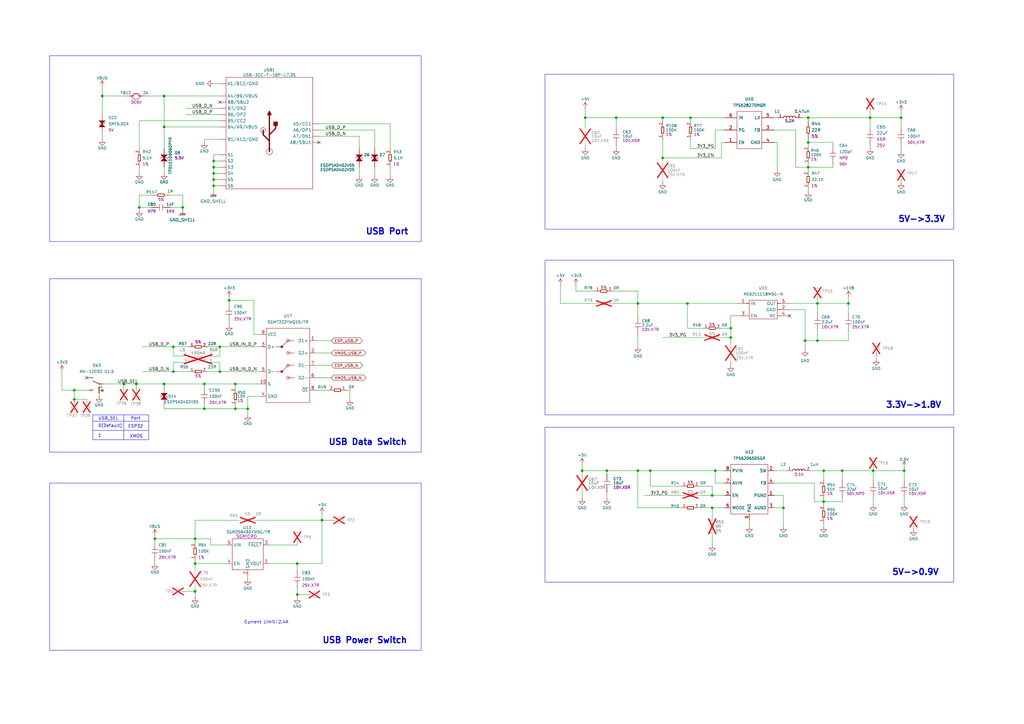
<source format=kicad_sch>
(kicad_sch (version 20250114) (generator "eeschema") (generator_version "9.0")
  (paper "A3")
  (title_block (comment 1 "Licensed under CERN-OHL-P v2"))
  (rectangle (start 223.52 30.48) (end 391.16 93.98))
  (rectangle (start 223.52 175.26) (end 391.16 238.76))
  (rectangle (start 20.32 114.3) (end 172.72 185.42))
  (rectangle (start 20.32 198.12) (end 172.72 266.7))
  (rectangle (start 223.52 106.68) (end 391.16 170.18))
  (rectangle (start 20.32 22.86) (end 172.72 99.06))
  (text "1" (at 40.894 178.816 0) (effects (font (size 1.27 1.27))))
  (text "Current Limit：2.4A" (at 109.22 255.27 0) (effects (font (size 1.27 1.27))))
  (text "USB Port" (at 149.86 96.52 0) (effects (font (size 2.5 2.5) (thickness 0.5) (bold yes)) (justify left bottom)))
  (text "Port" (at 55.626 171.704 0) (effects (font (size 1.27 1.27))))
  (text "3.3V->1.8V" (at 363.22 167.64 0) (effects (font (size 2.5 2.5) (bold yes)) (justify left bottom)))
  (text "0(Default)" (at 45.212 174.752 0) (effects (font (size 1.27 1.27))))
  (text "5V->0.9V" (at 365.76 236.22 0) (effects (font (size 2.5 2.5) (bold yes)) (justify left bottom)))
  (text "ESP32" (at 55.626 175.006 0) (effects (font (size 1.27 1.27))))
  (text "5V->3.3V" (at 368.3 91.44 0) (effects (font (size 2.5 2.5) (bold yes)) (justify left bottom)))
  (text "USB Power Switch" (at 132.08 264.16 0) (effects (font (size 2.5 2.5) (bold yes)) (justify left bottom)))
  (text "XMOS" (at 55.88 179.07 0) (effects (font (size 1.27 1.27))))
  (text "USB Data Switch" (at 134.62 182.88 0) (effects (font (size 2.5 2.5) (thickness 0.5) (bold yes)) (justify left bottom)))
  (text "USB_SEL" (at 44.45 171.704 0) (effects (font (size 1.27 1.27))))
  (junction (at 63.5 220.98))
  (junction (at 240.03 48.26))
  (junction (at 67.31 39.37))
  (junction (at 87.63 68.58))
  (junction (at 80.01 220.98))
  (junction (at 345.44 193.04))
  (junction (at 283.21 48.26))
  (junction (at 121.92 231.14))
  (junction (at 57.15 85.09))
  (junction (at 80.01 242.57))
  (junction (at 321.31 208.28))
  (junction (at 266.7 193.04))
  (junction (at 87.63 71.12))
  (junction (at 90.17 152.4))
  (junction (at 331.47 48.26))
  (junction (at 331.47 68.58))
  (junction (at 335.28 124.46))
  (junction (at 370.84 193.04))
  (junction (at 271.78 64.77))
  (junction (at 55.88 157.48))
  (junction (at 121.92 243.84))
  (junction (at 96.52 157.48))
  (junction (at 41.91 39.37))
  (junction (at 347.98 124.46))
  (junction (at 281.94 124.46))
  (junction (at 337.82 193.04))
  (junction (at 248.92 193.04))
  (junction (at 292.1 208.28))
  (junction (at 90.17 142.24))
  (junction (at 83.82 167.64))
  (junction (at 293.37 193.04))
  (junction (at 67.31 157.48))
  (junction (at 93.98 123.19))
  (junction (at 299.72 134.62))
  (junction (at 369.57 48.26))
  (junction (at 252.73 48.26))
  (junction (at 299.72 138.43))
  (junction (at 74.93 85.09))
  (junction (at 71.12 142.24))
  (junction (at 358.14 193.04))
  (junction (at 330.2 139.7))
  (junction (at 271.78 48.26))
  (junction (at 87.63 73.66))
  (junction (at 87.63 76.2))
  (junction (at 132.08 213.36))
  (junction (at 261.62 193.04))
  (junction (at 71.12 152.4))
  (junction (at 87.63 66.04))
  (junction (at 292.1 203.2))
  (junction (at 50.8 157.48))
  (junction (at 101.6 167.64))
  (junction (at 96.52 167.64))
  (junction (at 356.87 48.26))
  (junction (at 335.28 139.7))
  (junction (at 331.47 58.42))
  (junction (at 30.48 163.83))
  (junction (at 261.62 124.46))
  (junction (at 30.48 160.02))
  (junction (at 337.82 205.74))
  (junction (at 238.76 193.04))
  (junction (at 83.82 157.48))
  (junction (at 67.31 52.07))
  (junction (at 80.01 231.14))
  (no_connect (at 35.56 154.94))
  (no_connect (at 323.85 129.54))
  (no_connect (at 90.17 41.91))
  (no_connect (at 130.81 58.42))
  (wire (pts (xy 92.71 223.52) (xy 86.36 223.52)))
  (wire (pts (xy 335.28 139.7) (xy 330.2 139.7)))
  (wire (pts (xy 252.73 48.26) (xy 271.78 48.26)))
  (wire (pts (xy 236.22 116.84) (xy 236.22 119.38)))
  (wire (pts (xy 331.47 77.47) (xy 331.47 78.74)))
  (wire (pts (xy 288.29 134.62) (xy 281.94 134.62)))
  (wire (pts (xy 297.18 193.04) (xy 293.37 193.04)))
  (wire (pts (xy 321.31 208.28) (xy 321.31 215.9)))
  (wire (pts (xy 104.14 123.19) (xy 93.98 123.19)))
  (wire (pts (xy 55.88 157.48) (xy 55.88 160.02)))
  (wire (pts (xy 299.72 138.43) (xy 299.72 140.97)))
  (polyline (pts (xy 38.1 172.72) (xy 60.96 172.72)))
  (wire (pts (xy 25.4 160.02) (xy 30.48 160.02)))
  (wire (pts (xy 295.91 138.43) (xy 299.72 138.43)))
  (wire (pts (xy 369.57 48.26) (xy 369.57 52.07)))
  (wire (pts (xy 341.63 59.69) (xy 341.63 58.42)))
  (wire (pts (xy 80.01 220.98) (xy 80.01 222.25)))
  (wire (pts (xy 337.82 204.47) (xy 337.82 205.74)))
  (wire (pts (xy 283.21 48.26) (xy 283.21 49.53)))
  (wire (pts (xy 292.1 208.28) (xy 292.1 212.09)))
  (wire (pts (xy 370.84 204.47) (xy 370.84 207.01)))
  (wire (pts (xy 287.02 208.28) (xy 292.1 208.28)))
  (polyline (pts (xy 38.1 176.53) (xy 60.96 176.53)))
  (wire (pts (xy 63.5 220.98) (xy 63.5 222.25)))
  (wire (pts (xy 283.21 48.26) (xy 297.18 48.26)))
  (wire (pts (xy 337.82 205.74) (xy 337.82 207.01)))
  (wire (pts (xy 129.54 139.7) (xy 135.89 139.7)))
  (wire (pts (xy 63.5 229.87) (xy 63.5 231.14)))
  (wire (pts (xy 283.21 60.96) (xy 293.37 60.96)))
  (wire (pts (xy 87.63 71.12) (xy 90.17 71.12)))
  (wire (pts (xy 121.92 243.84) (xy 121.92 245.11)))
  (wire (pts (xy 337.82 214.63) (xy 337.82 215.9)))
  (wire (pts (xy 287.02 203.2) (xy 292.1 203.2)))
  (polyline (pts (xy 38.1 170.18) (xy 60.96 170.18)))
  (wire (pts (xy 271.78 138.43) (xy 288.29 138.43)))
  (wire (pts (xy 358.14 193.04) (xy 358.14 196.85)))
  (wire (pts (xy 106.68 137.16) (xy 104.14 137.16)))
  (wire (pts (xy 80.01 231.14) (xy 80.01 229.87)))
  (wire (pts (xy 271.78 57.15) (xy 271.78 64.77)))
  (wire (pts (xy 252.73 59.69) (xy 252.73 60.96)))
  (wire (pts (xy 264.16 203.2) (xy 279.4 203.2)))
  (wire (pts (xy 129.54 154.94) (xy 135.89 154.94)))
  (wire (pts (xy 96.52 167.64) (xy 101.6 167.64)))
  (wire (pts (xy 80.01 231.14) (xy 80.01 233.68)))
  (wire (pts (xy 335.28 124.46) (xy 347.98 124.46)))
  (wire (pts (xy 331.47 57.15) (xy 331.47 58.42)))
  (wire (pts (xy 370.84 193.04) (xy 370.84 196.85)))
  (wire (pts (xy 302.26 129.54) (xy 299.72 129.54)))
  (wire (pts (xy 83.82 166.37) (xy 83.82 167.64)))
  (wire (pts (xy 67.31 52.07) (xy 67.31 60.96)))
  (wire (pts (xy 251.46 119.38) (xy 261.62 119.38)))
  (wire (pts (xy 358.14 204.47) (xy 358.14 207.01)))
  (wire (pts (xy 341.63 67.31) (xy 341.63 68.58)))
  (wire (pts (xy 229.87 124.46) (xy 243.84 124.46)))
  (wire (pts (xy 57.15 49.53) (xy 57.15 60.96)))
  (wire (pts (xy 341.63 68.58) (xy 331.47 68.58)))
  (wire (pts (xy 43.18 157.48) (xy 50.8 157.48)))
  (wire (pts (xy 71.12 148.59) (xy 71.12 152.4)))
  (wire (pts (xy 330.2 127) (xy 323.85 127)))
  (wire (pts (xy 266.7 199.39) (xy 266.7 193.04)))
  (wire (pts (xy 62.23 80.01) (xy 57.15 80.01)))
  (wire (pts (xy 330.2 127) (xy 330.2 139.7)))
  (wire (pts (xy 252.73 48.26) (xy 240.03 48.26)))
  (wire (pts (xy 299.72 134.62) (xy 299.72 138.43)))
  (wire (pts (xy 160.02 60.96) (xy 160.02 50.8)))
  (wire (pts (xy 58.42 142.24) (xy 71.12 142.24)))
  (wire (pts (xy 90.17 152.4) (xy 106.68 152.4)))
  (polyline (pts (xy 38.1 170.18) (xy 38.1 180.34)))
  (wire (pts (xy 101.6 162.56) (xy 106.68 162.56)))
  (wire (pts (xy 153.67 60.96) (xy 153.67 53.34)))
  (polyline (pts (xy 50.8 170.18) (xy 50.8 180.34)))
  (wire (pts (xy 295.91 134.62) (xy 299.72 134.62)))
  (wire (pts (xy 358.14 193.04) (xy 370.84 193.04)))
  (wire (pts (xy 331.47 48.26) (xy 331.47 49.53)))
  (wire (pts (xy 83.82 157.48) (xy 96.52 157.48)))
  (wire (pts (xy 83.82 167.64) (xy 96.52 167.64)))
  (wire (pts (xy 153.67 68.58) (xy 153.67 72.39)))
  (wire (pts (xy 74.93 242.57) (xy 80.01 242.57)))
  (wire (pts (xy 69.85 80.01) (xy 74.93 80.01)))
  (wire (pts (xy 332.74 193.04) (xy 337.82 193.04)))
  (wire (pts (xy 307.34 213.36) (xy 307.34 215.9)))
  (wire (pts (xy 25.4 152.4) (xy 25.4 160.02)))
  (wire (pts (xy 261.62 193.04) (xy 266.7 193.04)))
  (wire (pts (xy 317.5 208.28) (xy 321.31 208.28)))
  (wire (pts (xy 30.48 163.83) (xy 30.48 165.1)))
  (wire (pts (xy 295.91 58.42) (xy 297.18 58.42)))
  (wire (pts (xy 271.78 48.26) (xy 271.78 49.53)))
  (wire (pts (xy 317.5 53.34) (xy 326.39 53.34)))
  (wire (pts (xy 292.1 219.71) (xy 292.1 223.52)))
  (wire (pts (xy 121.92 231.14) (xy 121.92 233.68)))
  (wire (pts (xy 317.5 58.42) (xy 318.77 58.42)))
  (wire (pts (xy 85.09 152.4) (xy 90.17 152.4)))
  (wire (pts (xy 90.17 148.59) (xy 87.63 148.59)))
  (wire (pts (xy 299.72 129.54) (xy 299.72 134.62)))
  (wire (pts (xy 356.87 48.26) (xy 356.87 52.07)))
  (wire (pts (xy 90.17 148.59) (xy 90.17 152.4)))
  (wire (pts (xy 104.14 137.16) (xy 104.14 123.19)))
  (wire (pts (xy 55.88 157.48) (xy 67.31 157.48)))
  (wire (pts (xy 271.78 73.66) (xy 271.78 74.93)))
  (wire (pts (xy 87.63 73.66) (xy 87.63 71.12)))
  (wire (pts (xy 251.46 124.46) (xy 261.62 124.46)))
  (wire (pts (xy 90.17 146.05) (xy 90.17 142.24)))
  (wire (pts (xy 293.37 198.12) (xy 293.37 193.04)))
  (wire (pts (xy 101.6 236.22) (xy 101.6 237.49)))
  (wire (pts (xy 67.31 157.48) (xy 83.82 157.48)))
  (wire (pts (xy 369.57 45.72) (xy 369.57 48.26)))
  (wire (pts (xy 317.5 203.2) (xy 321.31 203.2)))
  (wire (pts (xy 321.31 203.2) (xy 321.31 208.28)))
  (wire (pts (xy 132.08 213.36) (xy 137.16 213.36)))
  (wire (pts (xy 63.5 220.98) (xy 80.01 220.98)))
  (wire (pts (xy 129.54 149.86) (xy 135.89 149.86)))
  (wire (pts (xy 266.7 193.04) (xy 293.37 193.04)))
  (wire (pts (xy 261.62 124.46) (xy 281.94 124.46)))
  (wire (pts (xy 326.39 53.34) (xy 326.39 68.58)))
  (wire (pts (xy 87.63 66.04) (xy 87.63 63.5)))
  (wire (pts (xy 87.63 78.74) (xy 87.63 76.2)))
  (wire (pts (xy 86.36 223.52) (xy 86.36 220.98)))
  (polyline (pts (xy 60.96 180.34) (xy 60.96 170.18)))
  (wire (pts (xy 71.12 152.4) (xy 77.47 152.4)))
  (wire (pts (xy 287.02 199.39) (xy 292.1 199.39)))
  (wire (pts (xy 83.82 57.15) (xy 90.17 57.15)))
  (wire (pts (xy 292.1 203.2) (xy 297.18 203.2)))
  (wire (pts (xy 369.57 59.69) (xy 369.57 62.23)))
  (wire (pts (xy 76.2 46.99) (xy 90.17 46.99)))
  (wire (pts (xy 358.14 193.04) (xy 345.44 193.04)))
  (wire (pts (xy 67.31 157.48) (xy 67.31 158.75)))
  (wire (pts (xy 261.62 137.16) (xy 261.62 142.24)))
  (wire (pts (xy 331.47 68.58) (xy 331.47 69.85)))
  (wire (pts (xy 129.54 160.02) (xy 134.62 160.02)))
  (wire (pts (xy 335.28 121.92) (xy 335.28 124.46)))
  (wire (pts (xy 369.57 73.66) (xy 369.57 74.93)))
  (wire (pts (xy 283.21 57.15) (xy 283.21 60.96)))
  (wire (pts (xy 90.17 142.24) (xy 106.68 142.24)))
  (wire (pts (xy 370.84 191.77) (xy 370.84 193.04)))
  (wire (pts (xy 345.44 193.04) (xy 337.82 193.04)))
  (wire (pts (xy 356.87 59.69) (xy 356.87 60.96)))
  (wire (pts (xy 271.78 48.26) (xy 283.21 48.26)))
  (wire (pts (xy 295.91 58.42) (xy 295.91 64.77)))
  (wire (pts (xy 35.56 165.1) (xy 35.56 163.83)))
  (wire (pts (xy 130.81 55.88) (xy 147.32 55.88)))
  (wire (pts (xy 106.68 157.48) (xy 96.52 157.48)))
  (wire (pts (xy 80.01 242.57) (xy 80.01 245.11)))
  (wire (pts (xy 160.02 50.8) (xy 130.81 50.8)))
  (wire (pts (xy 63.5 219.71) (xy 63.5 220.98)))
  (wire (pts (xy 87.63 71.12) (xy 87.63 68.58)))
  (wire (pts (xy 71.12 146.05) (xy 71.12 142.24)))
  (wire (pts (xy 58.42 152.4) (xy 71.12 152.4)))
  (wire (pts (xy 87.63 66.04) (xy 90.17 66.04)))
  (wire (pts (xy 87.63 68.58) (xy 87.63 66.04)))
  (wire (pts (xy 74.93 146.05) (xy 71.12 146.05)))
  (wire (pts (xy 96.52 157.48) (xy 96.52 158.75)))
  (wire (pts (xy 67.31 52.07) (xy 90.17 52.07)))
  (wire (pts (xy 147.32 68.58) (xy 147.32 72.39)))
  (wire (pts (xy 143.51 163.83) (xy 143.51 160.02)))
  (wire (pts (xy 279.4 208.28) (xy 261.62 208.28)))
  (wire (pts (xy 57.15 85.09) (xy 62.23 85.09)))
  (wire (pts (xy 80.01 241.3) (xy 80.01 242.57)))
  (wire (pts (xy 299.72 148.59) (xy 299.72 149.86)))
  (wire (pts (xy 347.98 135.89) (xy 347.98 139.7)))
  (polyline (pts (xy 38.1 180.34) (xy 60.96 180.34)))
  (wire (pts (xy 97.79 213.36) (xy 80.01 213.36)))
  (wire (pts (xy 240.03 48.26) (xy 240.03 52.07)))
  (wire (pts (xy 261.62 119.38) (xy 261.62 124.46)))
  (wire (pts (xy 67.31 52.07) (xy 67.31 39.37)))
  (wire (pts (xy 281.94 124.46) (xy 302.26 124.46)))
  (wire (pts (xy 87.63 63.5) (xy 90.17 63.5)))
  (wire (pts (xy 41.91 39.37) (xy 50.8 39.37)))
  (wire (pts (xy 80.01 213.36) (xy 80.01 220.98)))
  (wire (pts (xy 248.92 201.93) (xy 248.92 204.47)))
  (wire (pts (xy 331.47 48.26) (xy 356.87 48.26)))
  (wire (pts (xy 50.8 157.48) (xy 55.88 157.48)))
  (wire (pts (xy 271.78 64.77) (xy 271.78 66.04)))
  (wire (pts (xy 121.92 231.14) (xy 132.08 231.14)))
  (wire (pts (xy 85.09 142.24) (xy 90.17 142.24)))
  (wire (pts (xy 50.8 157.48) (xy 50.8 160.02)))
  (wire (pts (xy 143.51 160.02) (xy 142.24 160.02)))
  (wire (pts (xy 41.91 54.61) (xy 41.91 57.15)))
  (wire (pts (xy 87.63 68.58) (xy 90.17 68.58)))
  (wire (pts (xy 345.44 205.74) (xy 337.82 205.74)))
  (wire (pts (xy 297.18 53.34) (xy 293.37 53.34)))
  (wire (pts (xy 87.63 73.66) (xy 90.17 73.66)))
  (wire (pts (xy 359.41 144.78) (xy 359.41 147.32)))
  (wire (pts (xy 341.63 58.42) (xy 331.47 58.42)))
  (wire (pts (xy 293.37 53.34) (xy 293.37 60.96)))
  (wire (pts (xy 334.01 198.12) (xy 334.01 205.74)))
  (wire (pts (xy 30.48 160.02) (xy 35.56 160.02)))
  (wire (pts (xy 261.62 124.46) (xy 261.62 129.54)))
  (wire (pts (xy 317.5 198.12) (xy 334.01 198.12)))
  (wire (pts (xy 67.31 166.37) (xy 67.31 167.64)))
  (wire (pts (xy 80.01 220.98) (xy 86.36 220.98)))
  (wire (pts (xy 74.93 148.59) (xy 71.12 148.59)))
  (wire (pts (xy 374.65 215.9) (xy 374.65 217.17)))
  (wire (pts (xy 317.5 48.26) (xy 318.77 48.26)))
  (wire (pts (xy 87.63 76.2) (xy 90.17 76.2)))
  (wire (pts (xy 347.98 121.92) (xy 347.98 124.46)))
  (wire (pts (xy 236.22 119.38) (xy 243.84 119.38)))
  (wire (pts (xy 326.39 68.58) (xy 331.47 68.58)))
  (wire (pts (xy 83.82 157.48) (xy 83.82 158.75)))
  (wire (pts (xy 261.62 208.28) (xy 261.62 193.04)))
  (wire (pts (xy 87.63 76.2) (xy 87.63 73.66)))
  (wire (pts (xy 121.92 243.84) (xy 127 243.84)))
  (wire (pts (xy 323.85 124.46) (xy 335.28 124.46)))
  (wire (pts (xy 356.87 44.45) (xy 356.87 48.26)))
  (wire (pts (xy 279.4 199.39) (xy 266.7 199.39)))
  (wire (pts (xy 334.01 205.74) (xy 337.82 205.74)))
  (wire (pts (xy 335.28 139.7) (xy 347.98 139.7)))
  (wire (pts (xy 328.93 48.26) (xy 331.47 48.26)))
  (wire (pts (xy 67.31 39.37) (xy 90.17 39.37)))
  (wire (pts (xy 121.92 222.25) (xy 121.92 223.52)))
  (wire (pts (xy 57.15 85.09) (xy 57.15 86.36)))
  (wire (pts (xy 40.64 161.29) (xy 40.64 162.56)))
  (wire (pts (xy 87.63 146.05) (xy 90.17 146.05)))
  (wire (pts (xy 74.93 80.01) (xy 74.93 85.09)))
  (wire (pts (xy 93.98 132.08) (xy 93.98 133.35)))
  (wire (pts (xy 110.49 223.52) (xy 121.92 223.52)))
  (wire (pts (xy 281.94 134.62) (xy 281.94 124.46)))
  (wire (pts (xy 335.28 124.46) (xy 335.28 128.27)))
  (wire (pts (xy 240.03 44.45) (xy 240.03 48.26)))
  (wire (pts (xy 318.77 58.42) (xy 318.77 69.85)))
  (wire (pts (xy 147.32 55.88) (xy 147.32 60.96)))
  (wire (pts (xy 60.96 39.37) (xy 67.31 39.37)))
  (wire (pts (xy 132.08 213.36) (xy 132.08 231.14)))
  (wire (pts (xy 74.93 85.09) (xy 74.93 86.36)))
  (wire (pts (xy 238.76 201.93) (xy 238.76 204.47)))
  (wire (pts (xy 69.85 85.09) (xy 74.93 85.09)))
  (wire (pts (xy 292.1 199.39) (xy 292.1 203.2)))
  (wire (pts (xy 335.28 135.89) (xy 335.28 139.7)))
  (wire (pts (xy 67.31 167.64) (xy 83.82 167.64)))
  (wire (pts (xy 90.17 49.53) (xy 57.15 49.53)))
  (wire (pts (xy 130.81 53.34) (xy 153.67 53.34)))
  (wire (pts (xy 41.91 39.37) (xy 41.91 46.99)))
  (wire (pts (xy 92.71 231.14) (xy 80.01 231.14)))
  (wire (pts (xy 129.54 144.78) (xy 135.89 144.78)))
  (wire (pts (xy 229.87 116.84) (xy 229.87 124.46)))
  (wire (pts (xy 240.03 59.69) (xy 240.03 60.96)))
  (wire (pts (xy 71.12 142.24) (xy 77.47 142.24)))
  (wire (pts (xy 358.14 191.77) (xy 358.14 193.04)))
  (wire (pts (xy 248.92 193.04) (xy 248.92 194.31)))
  (wire (pts (xy 322.58 193.04) (xy 317.5 193.04)))
  (wire (pts (xy 356.87 48.26) (xy 369.57 48.26)))
  (wire (pts (xy 132.08 210.82) (xy 132.08 213.36)))
  (wire (pts (xy 292.1 208.28) (xy 297.18 208.28)))
  (wire (pts (xy 331.47 58.42) (xy 331.47 59.69)))
  (wire (pts (xy 337.82 193.04) (xy 337.82 196.85)))
  (wire (pts (xy 331.47 67.31) (xy 331.47 68.58)))
  (wire (pts (xy 238.76 193.04) (xy 238.76 194.31)))
  (wire (pts (xy 57.15 68.58) (xy 57.15 71.12)))
  (wire (pts (xy 35.56 163.83) (xy 30.48 163.83)))
  (wire (pts (xy 121.92 241.3) (xy 121.92 243.84)))
  (wire (pts (xy 252.73 48.26) (xy 252.73 52.07)))
  (wire (pts (xy 248.92 193.04) (xy 261.62 193.04)))
  (wire (pts (xy 93.98 121.92) (xy 93.98 123.19)))
  (wire (pts (xy 101.6 167.64) (xy 101.6 162.56)))
  (wire (pts (xy 41.91 35.56) (xy 41.91 39.37)))
  (wire (pts (xy 345.44 204.47) (xy 345.44 205.74)))
  (wire (pts (xy 347.98 124.46) (xy 347.98 128.27)))
  (wire (pts (xy 101.6 167.64) (xy 101.6 170.18)))
  (wire (pts (xy 93.98 123.19) (xy 93.98 124.46)))
  (wire (pts (xy 87.63 34.29) (xy 90.17 34.29)))
  (wire (pts (xy 238.76 193.04) (xy 248.92 193.04)))
  (wire (pts (xy 293.37 198.12) (xy 297.18 198.12)))
  (wire (pts (xy 57.15 80.01) (xy 57.15 85.09)))
  (wire (pts (xy 238.76 190.5) (xy 238.76 193.04)))
  (wire (pts (xy 345.44 193.04) (xy 345.44 196.85)))
  (wire (pts (xy 271.78 64.77) (xy 295.91 64.77)))
  (wire (pts (xy 67.31 68.58) (xy 67.31 71.12)))
  (wire (pts (xy 330.2 139.7) (xy 330.2 143.51)))
  (wire (pts (xy 83.82 57.15) (xy 83.82 58.42)))
  (wire (pts (xy 105.41 213.36) (xy 132.08 213.36)))
  (wire (pts (xy 30.48 160.02) (xy 30.48 163.83)))
  (wire (pts (xy 110.49 231.14) (xy 121.92 231.14)))
  (wire (pts (xy 160.02 68.58) (xy 160.02 72.39)))
  (wire (pts (xy 76.2 44.45) (xy 90.17 44.45)))
  (wire (pts (xy 96.52 166.37) (xy 96.52 167.64)))
  (label "USB_D_P" (at 78.74 46.99 0))
  (label "3V3_PG" (at 274.32 138.43 0))
  (label "USB_D_N" (at 133.35 55.88 0))
  (label "USB_IN_D_P" (at 93.98 142.24 0))
  (label "3V3_PG" (at 285.75 60.96 0))
  (label "USB_SEL" (at 48.26 157.48 0))
  (label "USB_D_P" (at 133.35 53.34 0))
  (label "3V3_EN" (at 285.75 64.77 0))
  (label "USB_D_N" (at 78.74 44.45 0))
  (label "USB_D_P" (at 60.96 142.24 0))
  (label "USB_D_N" (at 60.96 152.4 0))
  (label "USB_IN_D_N" (at 93.98 152.4 0))
  (label "3V3_PG" (at 266.7 203.2 0))
  (global_label "XMOS_USB_P" (shape bidirectional) (at 135.89 144.78 0) (effects (font (size 1.143 1.143))) (property "Intersheetrefs" "${INTERSHEET_REFS}" (effects (hide yes))))
  (global_label "XMOS_USB_N" (shape bidirectional) (at 135.89 154.94 0) (effects (font (size 1.143 1.143))) (property "Intersheetrefs" "${INTERSHEET_REFS}" (effects (hide yes))))
  (global_label "ESP_USB_N" (shape bidirectional) (at 135.89 149.86 0) (effects (font (size 1.143 1.143))) (property "Intersheetrefs" "${INTERSHEET_REFS}" (effects (hide yes))))
  (global_label "ESP_USB_P" (shape bidirectional) (at 135.89 139.7 0) (effects (font (size 1.143 1.143))) (property "Intersheetrefs" "${INTERSHEET_REFS}" (effects (hide yes))))
  (symbol (lib_id "Seeed_libdb:Capacitors/302013487") (at 341.63 63.5 0) (unit 1)
    (property "Reference" "C64" (at 344.17 59.6899 0) (effects (font (size 1.143 1.143)) (justify left)))
    (property "Value" "120pF" (at 344.17 62.2299 0) (effects (font (size 1.143 1.143)) (justify left)))
    (property "Footprint" "Capacitor:C0402" (effects (hide yes)))
    (property "Description" "SMD CAP Ceramic 120pF-50V-5%-NP0;0402" (effects (hide yes)))
    (property "Manufacturer" "YAGEO" (effects (hide yes)))
    (property "MPN" "CC0402JRNPO9BN121" (effects (hide yes)))
    (property "SKU" "302013487" (effects (hide yes)))
    (property "Dielectric" "NP0" (at 344.17 64.7699 0) (effects (font (size 1.143 1.143)) (justify left)))
    (property "Part Type" "Ceramic" (effects (hide yes)))
    (property "Voltage Rating" "50V" (at 344.17 67.3099 0) (effects (font (size 1.143 1.143)) (justify left)))
    (property "Status" "Frame 2 EVT" (effects (hide yes)))
  )
  (symbol (lib_id "0_Seeed_Misc:TEST-POINT") (at 121.92 219.71 90) (unit 1) (dnp yes)
    (property "Reference" "TP5" (at 124.46 220.3449 90) (effects (font (size 1.143 1.143)) (justify right)))
    (property "Value" "TEST-POINT" (effects (hide yes)))
    (property "Footprint" "Seeed_Misc:TP-D45MIL" (effects (hide yes)))
  )
  (symbol (lib_id "power:VBUS") (at 63.5 219.71 0) (unit 1)
    (property "Reference" "#PWR0153" (effects (hide yes)))
    (property "Value" "VBUS" (at 63.5 215.9 0) (effects (font (size 1.143 1.143))))
  )
  (symbol (lib_id "power:GND") (at 321.31 215.9 0) (unit 1)
    (property "Reference" "#PWR0135" (effects (hide yes)))
    (property "Value" "GND" (at 321.31 219.71 0) (effects (font (size 1.143 1.143))))
  )
  (symbol (lib_id "libdb:Misc/TP45C_SMD") (at 35.56 167.64 270) (unit 1) (dnp yes)
    (property "Reference" "TP39" (at 37.084 170.434 90) (effects (font (size 1.143 1.143)) (justify right)))
    (property "Value" "Test Point" (effects (hide yes)))
    (property "Footprint" "Misc:TP-D45MIL" (effects (hide yes)))
    (property "Description" "Test Point;TP45C_SMD" (effects (hide yes)))
    (property "SKU" "TP45C_SMD" (effects (hide yes)))
    (property "Part Type" "Test Point" (effects (hide yes)))
  )
  (symbol (lib_id "Seeed_libadl:Capacitors/302010024") (at 271.78 69.85 0) (unit 1) (dnp yes)
    (property "Reference" "C93" (at 273.558 68.072 0) (effects (font (size 1.143 1.143)) (justify left)))
    (property "Value" "100nF" (at 273.685 69.85 0) (effects (font (size 1.143 1.143)) (justify left)))
    (property "Footprint" "Capacitor:C0402" (effects (hide yes)))
    (property "Description" "SMD CAP Ceramic 100nF-25V-10%-X7R;0402" (effects (hide yes)))
    (property "Manufacturer" "YAGEO" (effects (hide yes)))
    (property "MPN" "CC0402KRX7R8BB104" (effects (hide yes)))
    (property "SKU" "302010024" (effects (hide yes)))
    (property "Part Type" "Ceramic" (effects (hide yes)))
    (property "Voltage Rating" "25V,X7R" (at 273.812 71.628 0) (effects (font (size 1.143 1.143)) (justify left)))
    (property "Status" "BeagleBone Carrier Board" (effects (hide yes)))
    (property "Temperature" "-55°C to 125°C" (effects (hide yes)))
  )
  (symbol (lib_id "power:GND") (at 299.72 149.86 0) (unit 1)
    (property "Reference" "#PWR0111" (effects (hide yes)))
    (property "Value" "GND" (at 299.72 153.67 0) (effects (font (size 1.143 1.143))))
  )
  (symbol (lib_id "power:GND") (at 63.5 231.14 0) (unit 1)
    (property "Reference" "#PWR0156" (effects (hide yes)))
    (property "Value" "GND" (at 63.5 234.696 0) (effects (font (size 1.143 1.143))))
  )
  (symbol (lib_id "power:GND") (at 83.82 58.42 0) (unit 1)
    (property "Reference" "#PWR0105" (effects (hide yes)))
    (property "Value" "GND" (at 83.82 61.976 0) (effects (font (size 1.143 1.143))))
  )
  (symbol (lib_id "Seeed_libadl:Resistors/301010000") (at 247.65 124.46 0) (unit 1) (dnp yes)
    (property "Reference" "R79" (at 241.3 123.19 0) (effects (font (size 1.143 1.143))))
    (property "Value" "0R" (at 252.73 123.19 0) (effects (font (size 1.143 1.143))))
    (property "Footprint" "Resistor:R0402" (effects (hide yes)))
    (property "Description" "SMD RES 0R-5%-1/16W;0402" (effects (hide yes)))
    (property "Manufacturer" "YAGEO" (effects (hide yes)))
    (property "MPN" "RC0402JR-070RL" (effects (hide yes)))
    (property "SKU" "301010000" (effects (hide yes)))
    (property "Resistance" "0R" (effects (hide yes)))
    (property "Part Type" "RES" (effects (hide yes)))
    (property "Power Rating" "5%" (effects (hide yes)))
    (property "Status" "BeagleBone Carrier Board" (effects (hide yes)))
    (property "Temperature" "-55°C to 155°C" (effects (hide yes)))
  )
  (symbol (lib_id "0_Seeed_Misc:TEST-POINT") (at 369.57 71.12 90) (unit 1) (dnp yes)
    (property "Reference" "TP17" (at 371.856 71.12 90) (effects (font (size 1.143 1.143)) (justify right)))
    (property "Value" "TEST-POINT" (effects (hide yes)))
    (property "Footprint" "Seeed_Misc:TP-D45MIL" (effects (hide yes)))
  )
  (symbol (lib_id "power:GND") (at 147.32 72.39 0) (unit 1)
    (property "Reference" "#PWR0108" (effects (hide yes)))
    (property "Value" "GND" (at 147.32 75.946 0) (effects (font (size 1.143 1.143))))
  )
  (symbol (lib_id "Seeed_libdb:Capacitors/302013252") (at 238.76 198.12 0) (unit 1) (dnp yes)
    (property "Reference" "C67" (at 241.3 196.596 0) (effects (font (size 1.143 1.143)) (justify left)))
    (property "Value" "10uF" (at 241.3 198.12 0) (effects (font (size 1.143 1.143)) (justify left)))
    (property "Footprint" "Capacitor:C0603" (effects (hide yes)))
    (property "Description" "SMD CAP Ceramic 10uF-10V-10%-X5R;0603" (effects (hide yes)))
    (property "Manufacturer" "Samsung" (effects (hide yes)))
    (property "MPN" "CL10A106KP8NNNC" (effects (hide yes)))
    (property "SKU" "302013252" (effects (hide yes)))
    (property "Part Type" "Ceramic" (effects (hide yes)))
    (property "Voltage Rating" "10V,X5R" (at 241.3 199.898 0) (effects (font (size 1.143 1.143)) (justify left)))
    (property "Status" "HA VOICE KIT" (effects (hide yes)))
    (property "Temperature" "-55°C to 85°C" (effects (hide yes)))
  )
  (symbol (lib_id "libdb:Misc/TP-1.6MM-ROUND") (at 129.54 243.84 0) (unit 1) (dnp yes)
    (property "Reference" "TP3" (at 132.08 243.84 0) (effects (font (size 1.143 1.143)) (justify left)))
    (property "Value" "Test Point" (effects (hide yes)))
    (property "Footprint" "Misc:TP-1.6MM-ROUND" (effects (hide yes)))
    (property "Description" "Test Point;TP-1.6MM-ROUND" (effects (hide yes)))
    (property "SKU" "TP-1.6MM-ROUND" (effects (hide yes)))
    (property "Part Type" "Test Point" (effects (hide yes)))
  )
  (symbol (lib_id "Seeed_libdb:Ic/310032529") (at 312.42 127 0) (unit 1)
    (property "Reference" "U11" (at 313.055 118.11 0) (effects (font (size 1.143 1.143))))
    (property "Value" "ME6211C18M5G-N" (at 313.055 120.65 0) (effects (font (size 1.143 1.143))))
    (property "Footprint" "Ic:SOT-23-5" (effects (hide yes)))
    (property "Description" "SMD IC PMIC;High Speed,High PSRR,LDO-1.8V-300mA;SOT23-5" (effects (hide yes)))
    (property "Manufacturer" "MICRONE" (effects (hide yes)))
    (property "MPN" "ME6211C18M5G-N" (effects (hide yes)))
    (property "SKU" "310032922" (effects (hide yes)))
    (property "Part Type" "LDO" (effects (hide yes)))
    (property "Temperature" "-40°C to +85°C" (effects (hide yes)))
  )
  (symbol (lib_id "Seeed_libdb:Resistors/301010321") (at 66.04 80.01 0) (unit 1)
    (property "Reference" "R147" (at 62.23 78.74 0) (effects (font (size 1.143 1.143))))
    (property "Value" "1M" (at 69.85 78.486 0) (effects (font (size 1.143 1.143))))
    (property "Footprint" "Resistor:R0805" (effects (hide yes)))
    (property "Description" "SMD RES 1M-5%-1/8W;0805" (effects (hide yes)))
    (property "Manufacturer" "YAGEO" (effects (hide yes)))
    (property "MPN" "RC0805JR-071ML" (effects (hide yes)))
    (property "SKU" "301010321" (effects (hide yes)))
    (property "Resistance" "1M" (effects (hide yes)))
    (property "Part Type" "RES" (effects (hide yes)))
    (property "Power Rating" "5%" (at 66.04 81.788 0) (effects (font (size 1.143 1.143))))
    (property "Status" "Combox Pro" (effects (hide yes)))
    (property "Temperature" "-55°C to 155°C" (effects (hide yes)))
  )
  (symbol (lib_id "power:GND") (at 101.6 170.18 0) (unit 1)
    (property "Reference" "#PWR0124" (effects (hide yes)))
    (property "Value" "GND" (at 101.6 173.736 0) (effects (font (size 1.143 1.143))))
  )
  (symbol (lib_id "Seeed_libdb:Capacitors/302013260") (at 356.87 55.88 0) (unit 1)
    (property "Reference" "C65" (at 359.41 52.0699 0) (effects (justify left)))
    (property "Value" "22uF" (at 359.41 54.6099 0) (effects (justify left)))
    (property "Footprint" "Capacitor:C0805" (effects (hide yes)))
    (property "Description" "SMD CAP Ceramic 22uF-25V-20%-X5R;0805" (effects (hide yes)))
    (property "Manufacturer" "Samsung" (effects (hide yes)))
    (property "MPN" "CL21A226MAYNNNE" (effects (hide yes)))
    (property "SKU" "302013260" (effects (hide yes)))
    (property "Dielectric" "X5R" (at 359.41 57.1499 0) (effects (justify left)))
    (property "Part Type" "Ceramic" (effects (hide yes)))
    (property "Voltage Rating" "25V" (at 359.41 59.6899 0) (effects (justify left)))
    (property "Temperature" "-55°C to 85°C" (effects (hide yes)))
    (property "Priority" "A" (effects (hide yes)))
  )
  (symbol (lib_id "Seeed_libdb:Capacitors/302013252") (at 252.73 55.88 0) (unit 1)
    (property "Reference" "C63" (at 255.27 54.102 0) (effects (font (size 1.143 1.143)) (justify left)))
    (property "Value" "10uF" (at 255.27 55.88 0) (effects (font (size 1.143 1.143)) (justify left)))
    (property "Footprint" "Capacitor:C0603" (effects (hide yes)))
    (property "Description" "SMD CAP Ceramic 10uF-10V-10%-X5R;0603" (effects (hide yes)))
    (property "Manufacturer" "Samsung" (effects (hide yes)))
    (property "MPN" "CL10A106KP8NNNC" (effects (hide yes)))
    (property "SKU" "302013252" (effects (hide yes)))
    (property "Part Type" "Ceramic" (effects (hide yes)))
    (property "Voltage Rating" "10V,X5R" (at 255.27 57.658 0) (effects (font (size 1.143 1.143)) (justify left)))
    (property "Status" "HA VOICE KIT" (effects (hide yes)))
    (property "Temperature" "-55°C to 85°C" (effects (hide yes)))
  )
  (symbol (lib_id "Seeed_libadl:Capacitors/302010024") (at 347.98 132.08 0) (unit 1)
    (property "Reference" "C70" (at 349.377 130.048 0) (effects (font (size 1.143 1.143)) (justify left)))
    (property "Value" "100nF" (at 349.504 132.08 0) (effects (font (size 1.143 1.143)) (justify left)))
    (property "Footprint" "Capacitor:C0402" (effects (hide yes)))
    (property "Description" "SMD CAP Ceramic 100nF-25V-10%-X7R;0402" (effects (hide yes)))
    (property "Manufacturer" "YAGEO" (effects (hide yes)))
    (property "MPN" "CC0402KRX7R8BB104" (effects (hide yes)))
    (property "SKU" "302010024" (effects (hide yes)))
    (property "Part Type" "Ceramic" (effects (hide yes)))
    (property "Voltage Rating" "25V,X7R" (at 349.377 134.112 0) (effects (font (size 1.143 1.143)) (justify left)))
    (property "Status" "BeagleBone Carrier Board" (effects (hide yes)))
    (property "Temperature" "-55°C to 125°C" (effects (hide yes)))
  )
  (symbol (lib_id "Seeed_libadl:Resistors/301010407") (at 101.6 213.36 0) (unit 1) (dnp yes)
    (property "Reference" "R65" (at 95.885 211.455 0) (effects (font (size 1.143 1.143))))
    (property "Value" "0R" (at 106.045 210.82 0) (effects (font (size 1.143 1.143))))
    (property "Footprint" "Resistor:R1206" (effects (hide yes)))
    (property "Description" "SMD RES 0R-5%-1/4W;1206" (effects (hide yes)))
    (property "Manufacturer" "YAGEO" (effects (hide yes)))
    (property "MPN" "RC1206JR-070RL" (effects (hide yes)))
    (property "SKU" "301010407" (effects (hide yes)))
    (property "Resistance" "0R" (effects (hide yes)))
    (property "Part Type" "RES" (effects (hide yes)))
    (property "Power Rating" "5%" (at 101.6 210.82 0) (effects (font (size 1.143 1.143))))
    (property "Status" "BeagleBone Carrier Board" (effects (hide yes)))
    (property "Temperature" "-55°C to 155°C" (effects (hide yes)))
  )
  (symbol (lib_id "Seeed_libadl:Capacitors/302010018") (at 345.44 200.66 0) (unit 1)
    (property "Reference" "C74" (at 347.218 198.882 0) (effects (font (size 1.143 1.143)) (justify left)))
    (property "Value" "22pF" (at 347.218 200.66 0) (effects (font (size 1.143 1.143)) (justify left)))
    (property "Footprint" "Capacitor:C0402" (effects (hide yes)))
    (property "Description" "SMD CAP Ceramic 22pF-50V-5%-NPO;0402" (effects (hide yes)))
    (property "Manufacturer" "YAGEO" (effects (hide yes)))
    (property "MPN" "CC0402JRNPO9BN220" (effects (hide yes)))
    (property "SKU" "302010018" (effects (hide yes)))
    (property "Part Type" "Ceramic" (effects (hide yes)))
    (property "Voltage Rating" "50V,NPO" (at 347.218 202.438 0) (effects (font (size 1.143 1.143)) (justify left)))
    (property "Status" "BeagleBone Carrier Board" (effects (hide yes)))
    (property "Temperature" "-55°C to 125°C" (effects (hide yes)))
  )
  (symbol (lib_id "Seeed_libdb:Capacitors/302013252") (at 248.92 198.12 0) (unit 1)
    (property "Reference" "C73" (at 251.46 196.342 0) (effects (font (size 1.143 1.143)) (justify left)))
    (property "Value" "10uF" (at 251.46 198.12 0) (effects (font (size 1.143 1.143)) (justify left)))
    (property "Footprint" "Capacitor:C0603" (effects (hide yes)))
    (property "Description" "SMD CAP Ceramic 10uF-10V-10%-X5R;0603" (effects (hide yes)))
    (property "Manufacturer" "Samsung" (effects (hide yes)))
    (property "MPN" "CL10A106KP8NNNC" (effects (hide yes)))
    (property "SKU" "302013252" (effects (hide yes)))
    (property "Part Type" "Ceramic" (effects (hide yes)))
    (property "Voltage Rating" "10V,X5R" (at 251.46 199.898 0) (effects (font (size 1.143 1.143)) (justify left)))
    (property "Status" "HA VOICE KIT" (effects (hide yes)))
    (property "Temperature" "-55°C to 85°C" (effects (hide yes)))
  )
  (symbol (lib_id "Seeed_libadl:Resistors/301010047") (at 96.52 162.56 90) (unit 1)
    (property "Reference" "R50" (at 97.282 161.036 90) (effects (font (size 1.143 1.143)) (justify right)))
    (property "Value" "10K" (at 97.282 162.56 90) (effects (font (size 1.143 1.143)) (justify right)))
    (property "Footprint" "Resistor:R0402" (effects (hide yes)))
    (property "Description" "SMD RES 10K-1%-1/16W;0402" (effects (hide yes)))
    (property "Manufacturer" "YAGEO" (effects (hide yes)))
    (property "MPN" "RC0402FR-0710KL" (effects (hide yes)))
    (property "SKU" "301010047" (effects (hide yes)))
    (property "Resistance" "10K" (effects (hide yes)))
    (property "Part Type" "RES" (effects (hide yes)))
    (property "Power Rating" "1%" (at 97.282 164.338 90) (effects (font (size 1.143 1.143)) (justify right)))
    (property "Status" "BeagleBone Carrier Board" (effects (hide yes)))
    (property "Temperature" "-55°C to 155°C" (effects (hide yes)))
  )
  (symbol (lib_id "power:+5V") (at 240.03 44.45 0) (unit 1)
    (property "Reference" "#PWR0119" (effects (hide yes)))
    (property "Value" "+5V" (at 240.03 40.64 0) (effects (font (size 1.143 1.143))))
  )
  (symbol (lib_id "Seeed_libdb:Capacitors/302010054") (at 335.28 132.08 0) (unit 1)
    (property "Reference" "C69" (at 336.804 130.0481 0) (effects (font (size 1.143 1.143)) (justify left)))
    (property "Value" "2.2uF" (at 336.804 132.08 0) (effects (font (size 1.143 1.143)) (justify left)))
    (property "Footprint" "Capacitor:C0603" (effects (hide yes)))
    (property "Description" "SMD CAP Ceramic 2.2uF-10V-10%-X7R;0603" (effects (hide yes)))
    (property "Manufacturer" "YAGEO" (effects (hide yes)))
    (property "MPN" "CC0603KRX7R6BB225" (effects (hide yes)))
    (property "SKU" "302010054" (effects (hide yes)))
    (property "Part Type" "Ceramic" (effects (hide yes)))
    (property "Voltage Rating" "10V,X7R" (at 336.804 134.1121 0) (effects (font (size 1.143 1.143)) (justify left)))
    (property "Status" "Sensecap Gateway V1" (effects (hide yes)))
    (property "Temperature" "-55°C to 125°C" (effects (hide yes)))
  )
  (symbol (lib_id "power:+3V3") (at 236.22 116.84 0) (unit 1)
    (property "Reference" "#PWR0120" (effects (hide yes)))
    (property "Value" "+3V3" (at 236.22 113.03 0) (effects (font (size 1.143 1.143))))
  )
  (symbol (lib_id "Seeed_libadl:Resistors/301010002") (at 81.28 152.4 0) (unit 1)
    (property "Reference" "R56" (at 75.565 150.495 0) (effects (font (size 1.143 1.143))))
    (property "Value" "22R" (at 86.995 150.495 0) (effects (font (size 1.143 1.143))))
    (property "Footprint" "Resistor:R0402" (effects (hide yes)))
    (property "Description" "SMD RES 22R-5%-1/16W;0402" (effects (hide yes)))
    (property "Manufacturer" "YAGEO" (effects (hide yes)))
    (property "MPN" "RC0402JR-0722RL" (effects (hide yes)))
    (property "SKU" "301010002" (effects (hide yes)))
    (property "Resistance" "22R" (effects (hide yes)))
    (property "Part Type" "RES" (effects (hide yes)))
    (property "Power Rating" "5%" (at 81.28 154.178 0) (effects (font (size 1.143 1.143))))
    (property "Status" "BeagleBone Carrier Board" (effects (hide yes)))
    (property "Temperature" "-55°C to 155°C" (effects (hide yes)))
  )
  (symbol (lib_id "Seeed_libadl:Capacitors/302010024") (at 83.82 162.56 0) (unit 1)
    (property "Reference" "C155" (at 85.725 160.02 0) (effects (font (size 1.143 1.143)) (justify left)))
    (property "Value" "100nF" (at 85.725 162.56 0) (effects (font (size 1.143 1.143)) (justify left)))
    (property "Footprint" "Capacitor:C0402" (effects (hide yes)))
    (property "Description" "SMD CAP Ceramic 100nF-25V-10%-X7R;0402" (effects (hide yes)))
    (property "Manufacturer" "YAGEO" (effects (hide yes)))
    (property "MPN" "CC0402KRX7R8BB104" (effects (hide yes)))
    (property "SKU" "302010024" (effects (hide yes)))
    (property "Part Type" "Ceramic" (effects (hide yes)))
    (property "Voltage Rating" "25V,X7R" (at 85.725 165.1 0) (effects (font (size 1.143 1.143)) (justify left)))
    (property "Status" "BeagleBone Carrier Board" (effects (hide yes)))
    (property "Temperature" "-55°C to 125°C" (effects (hide yes)))
  )
  (symbol (lib_id "power:+3V3") (at 25.4 152.4 0) (unit 1)
    (property "Reference" "#PWR0130" (effects (hide yes)))
    (property "Value" "+3V3" (at 25.4 148.59 0) (effects (font (size 1.143 1.143))))
  )
  (symbol (lib_id "Seeed_libdb:Capacitors/302013252") (at 370.84 200.66 0) (unit 1)
    (property "Reference" "C72" (at 372.618 198.8821 0) (effects (font (size 1.143 1.143)) (justify left)))
    (property "Value" "10uF" (at 372.618 200.66 0) (effects (font (size 1.143 1.143)) (justify left)))
    (property "Footprint" "Capacitor:C0603" (effects (hide yes)))
    (property "Description" "SMD CAP Ceramic 10uF-10V-10%-X5R;0603" (effects (hide yes)))
    (property "Manufacturer" "Samsung" (effects (hide yes)))
    (property "MPN" "CL10A106KP8NNNC" (effects (hide yes)))
    (property "SKU" "302013252" (effects (hide yes)))
    (property "Part Type" "Ceramic" (effects (hide yes)))
    (property "Voltage Rating" "10V,X5R" (at 372.618 202.4381 0) (effects (font (size 1.143 1.143)) (justify left)))
    (property "Status" "HA VOICE KIT" (effects (hide yes)))
    (property "Temperature" "-55°C to 85°C" (effects (hide yes)))
  )
  (symbol (lib_id "Seeed_libadl:Resistors/301010495") (at 57.15 64.77 90) (unit 1)
    (property "Reference" "R42" (at 58.42 62.23 90) (effects (font (size 1.143 1.143)) (justify right)))
    (property "Value" "5.1K" (at 58.42 64.77 90) (effects (font (size 1.143 1.143)) (justify right)))
    (property "Footprint" "Resistor:R0402" (effects (hide yes)))
    (property "Description" "SMD RES;5.1K-1%-1/16W;0402" (effects (hide yes)))
    (property "Manufacturer" "YAGEO" (effects (hide yes)))
    (property "MPN" "RC0402FR-075K1L" (effects (hide yes)))
    (property "SKU" "301010495" (effects (hide yes)))
    (property "Resistance" "5.1K" (effects (hide yes)))
    (property "Part Type" "RES" (effects (hide yes)))
    (property "Power Rating" "1%" (at 58.42 67.31 90) (effects (font (size 1.143 1.143)) (justify right)))
    (property "Status" "Geni" (effects (hide yes)))
    (property "Temperature" "-55°C to 155°C" (effects (hide yes)))
  )
  (symbol (lib_id "Seeed_libadl:Capacitors/302010024") (at 80.01 237.49 0) (unit 1) (dnp yes)
    (property "Reference" "C79" (at 81.915 234.95 0) (effects (font (size 1.143 1.143)) (justify left)))
    (property "Value" "100nF" (at 81.915 237.49 0) (effects (font (size 1.143 1.143)) (justify left)))
    (property "Footprint" "Capacitor:C0402" (effects (hide yes)))
    (property "Description" "SMD CAP Ceramic 100nF-25V-10%-X7R;0402" (effects (hide yes)))
    (property "Manufacturer" "YAGEO" (effects (hide yes)))
    (property "MPN" "CC0402KRX7R8BB104" (effects (hide yes)))
    (property "SKU" "302010024" (effects (hide yes)))
    (property "Part Type" "Ceramic" (effects (hide yes)))
    (property "Voltage Rating" "25V,X7R" (at 81.915 240.03 0) (effects (font (size 1.143 1.143)) (justify left)))
    (property "Status" "BeagleBone Carrier Board" (effects (hide yes)))
    (property "Temperature" "-55°C to 125°C" (effects (hide yes)))
  )
  (symbol (lib_id "power:+5V") (at 132.08 210.82 0) (unit 1)
    (property "Reference" "#PWR0159" (effects (hide yes)))
    (property "Value" "+5V" (at 132.08 207.01 0) (effects (font (size 1.143 1.143))))
  )
  (symbol (lib_id "Seeed_libdb:Misc/TP120C_SMD") (at 50.8 162.56 270) (unit 1) (dnp yes)
    (property "Reference" "TP36" (at 52.07 165.354 90) (effects (font (size 1.143 1.143)) (justify right)))
    (property "Value" "Test Point" (effects (hide yes)))
    (property "Footprint" "Misc:TP-D120MIL" (effects (hide yes)))
    (property "Description" "Test Point;TP120C_SMD" (effects (hide yes)))
    (property "SKU" "TP120C_SMD" (effects (hide yes)))
    (property "Part Type" "Test Point" (effects (hide yes)))
  )
  (symbol (lib_id "power:GND") (at 143.51 163.83 0) (unit 1)
    (property "Reference" "#PWR0128" (effects (hide yes)))
    (property "Value" "GND" (at 143.51 167.386 0) (effects (font (size 1.143 1.143))))
  )
  (symbol (lib_id "reSpeaker:SGM2588CYN5GTR") (at 95.25 220.98 0) (unit 1)
    (property "Reference" "U13" (at 101.346 216.408 0) (effects (font (size 1.143 1.143))))
    (property "Value" "SGM2594BDXN5G/TR" (at 101.854 218.186 0) (effects (font (size 1.143 1.143))))
    (property "Footprint" "Seeed_Ic:SOT-23-5" (effects (hide yes)))
    (property "Description" "SMD IC PMIC;Power Switch,Single Channel,2.5V to 6V,2.4A,Active High;SOT23-5" (effects (hide yes)))
    (property "Manufacture" "SGMICRO" (effects (hide yes)))
    (property "MPN" "SGM2594BDXN5G/TR" (effects (hide yes)))
    (property "SKU" "310032921" (effects (hide yes)))
    (property "Manufacturer" "SGMICRO" (at 101.092 219.964 0))
  )
  (symbol (lib_id "Seeed_libadl:Capacitors/302010024") (at 63.5 226.06 0) (unit 1)
    (property "Reference" "C81" (at 65.024 223.52 0) (effects (font (size 1.143 1.143)) (justify left)))
    (property "Value" "100nF" (at 65.024 226.06 0) (effects (font (size 1.143 1.143)) (justify left)))
    (property "Footprint" "Capacitor:C0402" (effects (hide yes)))
    (property "Description" "SMD CAP Ceramic 100nF-25V-10%-X7R;0402" (effects (hide yes)))
    (property "Manufacturer" "YAGEO" (effects (hide yes)))
    (property "MPN" "CC0402KRX7R8BB104" (effects (hide yes)))
    (property "SKU" "302010024" (effects (hide yes)))
    (property "Part Type" "Ceramic" (effects (hide yes)))
    (property "Voltage Rating" "25V,X7R" (at 65.024 228.6 0) (effects (font (size 1.143 1.143)) (justify left)))
    (property "Status" "BeagleBone Carrier Board" (effects (hide yes)))
    (property "Temperature" "-55°C to 125°C" (effects (hide yes)))
  )
  (symbol (lib_id "Seeed_libdb:Capacitors/302010138") (at 369.57 55.88 0) (unit 1)
    (property "Reference" "C66" (at 372.11 53.3399 0) (effects (font (size 1.143 1.143)) (justify left)))
    (property "Value" "100nF" (at 372.11 55.8799 0) (effects (font (size 1.143 1.143)) (justify left)))
    (property "Footprint" "Capacitor:C0603" (effects (hide yes)))
    (property "Description" "SMD CAP Ceramic 100nF-50V-10%-X7R;0603" (effects (hide yes)))
    (property "Manufacturer" "YAGEO" (effects (hide yes)))
    (property "MPN" "CC0603KRX7R9BB104" (effects (hide yes)))
    (property "SKU" "302010138" (effects (hide yes)))
    (property "Part Type" "Ceramic" (effects (hide yes)))
    (property "Voltage Rating" "50V,X7R" (at 372.11 58.4199 0) (effects (font (size 1.143 1.143)) (justify left)))
    (property "Status" "BeagleBone Carrier Board" (effects (hide yes)))
    (property "Temperature" "-55°C to 125°C" (effects (hide yes)))
  )
  (symbol (lib_id "Seeed_libadl:Resistors/301010456") (at 283.21 53.34 90) (unit 1)
    (property "Reference" "R77" (at 284.48 51.562 90) (effects (font (size 1.143 1.143)) (justify right)))
    (property "Value" "100K" (at 284.48 53.34 90) (effects (font (size 1.143 1.143)) (justify right)))
    (property "Footprint" "Resistor:R0402" (effects (hide yes)))
    (property "Description" "SMD RES 100K-1%-1/16W;0402" (effects (hide yes)))
    (property "Manufacturer" "YAGEO" (effects (hide yes)))
    (property "MPN" "RC0402FR-07100KL" (effects (hide yes)))
    (property "SKU" "301010456" (effects (hide yes)))
    (property "Resistance" "100K" (effects (hide yes)))
    (property "Part Type" "RES" (effects (hide yes)))
    (property "Power Rating" "1%" (at 284.48 55.118 90) (effects (font (size 1.143 1.143)) (justify right)))
    (property "Status" "BeagleBone Carrier Board" (effects (hide yes)))
    (property "Temperature" "-55°C to 155°C" (effects (hide yes)))
  )
  (symbol (lib_id "power:GND") (at 369.57 74.93 0) (unit 1)
    (property "Reference" "#PWR0166" (effects (hide yes)))
    (property "Value" "GND" (at 369.57 78.74 0) (effects (font (size 1.143 1.143))))
  )
  (symbol (lib_id "power:+3V3") (at 93.98 121.92 0) (unit 1)
    (property "Reference" "#PWR0126" (effects (hide yes)))
    (property "Value" "+3V3" (at 93.98 118.11 0) (effects (font (size 1.143 1.143))))
  )
  (symbol (lib_id "Seeed_libadl:Resistors/301010000") (at 292.1 134.62 0) (unit 1)
    (property "Reference" "R48" (at 285.75 133.35 0) (effects (font (size 1.143 1.143))))
    (property "Value" "0R" (at 297.18 133.35 0) (effects (font (size 1.143 1.143))))
    (property "Footprint" "Resistor:R0402" (effects (hide yes)))
    (property "Description" "SMD RES 0R-5%-1/16W;0402" (effects (hide yes)))
    (property "Manufacturer" "YAGEO" (effects (hide yes)))
    (property "MPN" "RC0402JR-070RL" (effects (hide yes)))
    (property "SKU" "301010000" (effects (hide yes)))
    (property "Resistance" "0R" (effects (hide yes)))
    (property "Part Type" "RES" (effects (hide yes)))
    (property "Power Rating" "5%" (at 292.1 133.096 0) (effects (font (size 1.143 1.143))))
    (property "Status" "BeagleBone Carrier Board" (effects (hide yes)))
    (property "Temperature" "-55°C to 155°C" (effects (hide yes)))
  )
  (symbol (lib_id "power:GND") (at 330.2 143.51 0) (unit 1)
    (property "Reference" "#PWR0125" (effects (hide yes)))
    (property "Value" "GND" (at 330.2 147.955 0) (effects (font (size 1.143 1.143))))
  )
  (symbol (lib_id "0_Seeed_Misc:TEST-POINT") (at 72.39 242.57 180) (unit 1) (dnp yes)
    (property "Reference" "TP1" (at 69.596 242.57 0) (effects (font (size 1.143 1.143))))
    (property "Value" "TEST-POINT" (effects (hide yes)))
    (property "Footprint" "Seeed_Misc:TP-D45MIL" (effects (hide yes)))
  )
  (symbol (lib_id "Seeed_libadl:Capacitors/302010024") (at 299.72 144.78 0) (unit 1) (dnp yes)
    (property "Reference" "C61" (at 301.498 143.002 0) (effects (font (size 1.143 1.143)) (justify left)))
    (property "Value" "100nF" (at 301.625 144.78 0) (effects (font (size 1.143 1.143)) (justify left)))
    (property "Footprint" "Capacitor:C0402" (effects (hide yes)))
    (property "Description" "SMD CAP Ceramic 100nF-25V-10%-X7R;0402" (effects (hide yes)))
    (property "Manufacturer" "YAGEO" (effects (hide yes)))
    (property "MPN" "CC0402KRX7R8BB104" (effects (hide yes)))
    (property "SKU" "302010024" (effects (hide yes)))
    (property "Part Type" "Ceramic" (effects (hide yes)))
    (property "Voltage Rating" "25V,X7R" (at 301.752 146.812 0) (effects (font (size 1.143 1.143)) (justify left)))
    (property "Status" "BeagleBone Carrier Board" (effects (hide yes)))
    (property "Temperature" "-55°C to 125°C" (effects (hide yes)))
  )
  (symbol (lib_id "Seeed_libadl:Resistors/301010495") (at 160.02 64.77 90) (unit 1)
    (property "Reference" "R43" (at 161.29 62.23 90) (effects (font (size 1.143 1.143)) (justify right)))
    (property "Value" "5.1K" (at 161.29 64.77 90) (effects (font (size 1.143 1.143)) (justify right)))
    (property "Footprint" "Resistor:R0402" (effects (hide yes)))
    (property "Description" "SMD RES;5.1K-1%-1/16W;0402" (effects (hide yes)))
    (property "Manufacturer" "YAGEO" (effects (hide yes)))
    (property "MPN" "RC0402FR-075K1L" (effects (hide yes)))
    (property "SKU" "301010495" (effects (hide yes)))
    (property "Resistance" "5.1K" (effects (hide yes)))
    (property "Part Type" "RES" (effects (hide yes)))
    (property "Power Rating" "1%" (at 161.29 67.31 90) (effects (font (size 1.143 1.143)) (justify right)))
    (property "Status" "Geni" (effects (hide yes)))
    (property "Temperature" "-55°C to 155°C" (effects (hide yes)))
  )
  (symbol (lib_id "Seeed_libdb:Resistors/301010002") (at 331.47 53.34 90) (unit 1)
    (property "Reference" "R44" (at 332.74 50.7999 90) (effects (justify right)))
    (property "Value" "22R" (at 332.74 53.3399 90) (effects (justify right)))
    (property "Footprint" "Resistor:R0402" (effects (hide yes)))
    (property "Description" "SMD RES 22R-5%-1/16W;0402" (effects (hide yes)))
    (property "Manufacturer" "YAGEO" (effects (hide yes)))
    (property "MPN" "RC0402JR-0722RL" (effects (hide yes)))
    (property "SKU" "301010002" (effects (hide yes)))
    (property "Resistance" "22R" (effects (hide yes)))
    (property "Part Type" "RES" (effects (hide yes)))
    (property "Power Rating" "5%" (at 332.74 55.8799 90) (effects (justify right)))
    (property "Status" "BeagleBone Carrier Board" (effects (hide yes)))
    (property "Temperature" "-55°C to 155°C" (effects (hide yes)))
  )
  (symbol (lib_id "Seeed_libadl:Resistors/301010456") (at 337.82 210.82 90) (unit 1)
    (property "Reference" "R55" (at 339.09 209.042 90) (effects (font (size 1.143 1.143)) (justify right)))
    (property "Value" "100K" (at 339.09 210.82 90) (effects (font (size 1.143 1.143)) (justify right)))
    (property "Footprint" "Resistor:R0402" (effects (hide yes)))
    (property "Description" "SMD RES 100K-1%-1/16W;0402" (effects (hide yes)))
    (property "Manufacturer" "YAGEO" (effects (hide yes)))
    (property "MPN" "RC0402FR-07100KL" (effects (hide yes)))
    (property "SKU" "301010456" (effects (hide yes)))
    (property "Resistance" "100K" (effects (hide yes)))
    (property "Part Type" "RES" (effects (hide yes)))
    (property "Power Rating" "1%" (at 339.09 212.598 90) (effects (font (size 1.143 1.143)) (justify right)))
    (property "Status" "BeagleBone Carrier Board" (effects (hide yes)))
    (property "Temperature" "-55°C to 155°C" (effects (hide yes)))
  )
  (symbol (lib_id "Seeed_libdb:Inductor/303050204") (at 81.28 147.32 0) (unit 1) (dnp yes)
    (property "Reference" "L5" (at 74.93 143.51 0) (effects (font (size 1.143 1.143))))
    (property "Value" "90R" (at 87.63 143.51 0) (effects (font (size 1.143 1.143))))
    (property "Footprint" "Inductor:INT4-SMD-1X1.25X0.82MM" (effects (hide yes)))
    (property "Description" "SMD Common Mode Chokes;90R-150mA;4P-1.25*1.0*0.92mm" (effects (hide yes)))
    (property "Manufacturer" "Murata" (effects (hide yes)))
    (property "MPN" "DLP11SN900HL2L" (effects (hide yes)))
    (property "SKU" "303050204" (effects (hide yes)))
    (property "Part Type" "Common Mode Filter" (effects (hide yes)))
    (property "Rating" "150mA" (at 81.28 144.78 0) (effects (font (size 1.143 1.143))))
    (property "Temperature" "-40°C to 85°C" (effects (hide yes)))
  )
  (symbol (lib_id "0_Seeed_Misc:TEST-POINT") (at 358.14 189.23 90) (unit 1) (dnp yes)
    (property "Reference" "TP16" (at 360.045 189.865 90) (effects (font (size 1.143 1.143)) (justify right)))
    (property "Value" "TEST-POINT" (effects (hide yes)))
    (property "Footprint" "Seeed_Misc:TP-D45MIL" (effects (hide yes)))
  )
  (symbol (lib_id "Seeed_libadl:Resistors/301010000") (at 283.21 208.28 0) (unit 1)
    (property "Reference" "R45" (at 276.86 207.518 0) (effects (font (size 1.143 1.143))))
    (property "Value" "0R" (at 288.29 207.518 0) (effects (font (size 1.143 1.143))))
    (property "Footprint" "Resistor:R0402" (effects (hide yes)))
    (property "Description" "SMD RES 0R-5%-1/16W;0402" (effects (hide yes)))
    (property "Manufacturer" "YAGEO" (effects (hide yes)))
    (property "MPN" "RC0402JR-070RL" (effects (hide yes)))
    (property "SKU" "301010000" (effects (hide yes)))
    (property "Resistance" "0R" (effects (hide yes)))
    (property "Part Type" "RES" (effects (hide yes)))
    (property "Power Rating" "5%" (effects (hide yes)))
    (property "Status" "BeagleBone Carrier Board" (effects (hide yes)))
    (property "Temperature" "-55°C to 155°C" (effects (hide yes)))
  )
  (symbol (lib_id "power:GND") (at 261.62 142.24 0) (unit 1)
    (property "Reference" "#PWR0123" (effects (hide yes)))
    (property "Value" "GND" (at 261.62 146.05 0) (effects (font (size 1.143 1.143))))
  )
  (symbol (lib_id "power:GND") (at 337.82 215.9 0) (unit 1)
    (property "Reference" "#PWR0136" (effects (hide yes)))
    (property "Value" "GND" (at 337.82 219.71 0) (effects (font (size 1.143 1.143))))
  )
  (symbol (lib_id "0_Seeed_Misc:TEST-POINT") (at 335.28 119.38 90) (unit 1) (dnp yes)
    (property "Reference" "TP15" (at 337.185 119.38 90) (effects (font (size 1.143 1.143)) (justify right)))
    (property "Value" "TEST-POINT" (effects (hide yes)))
    (property "Footprint" "Seeed_Misc:TP-D45MIL" (effects (hide yes)))
  )
  (symbol (lib_id "Seeed_libadl:Resistors/301010000") (at 292.1 138.43 0) (unit 1) (dnp yes)
    (property "Reference" "R13" (at 285.75 137.16 0) (effects (font (size 1.143 1.143))))
    (property "Value" "0R" (at 297.18 137.16 0) (effects (font (size 1.143 1.143))))
    (property "Footprint" "Resistor:R0402" (effects (hide yes)))
    (property "Description" "SMD RES 0R-5%-1/16W;0402" (effects (hide yes)))
    (property "Manufacturer" "YAGEO" (effects (hide yes)))
    (property "MPN" "RC0402JR-070RL" (effects (hide yes)))
    (property "SKU" "301010000" (effects (hide yes)))
    (property "Resistance" "0R" (effects (hide yes)))
    (property "Part Type" "RES" (effects (hide yes)))
    (property "Power Rating" "5%" (at 292.1 136.906 0) (effects (font (size 1.143 1.143))))
    (property "Status" "BeagleBone Carrier Board" (effects (hide yes)))
    (property "Temperature" "-55°C to 155°C" (effects (hide yes)))
  )
  (symbol (lib_id "Seeed_libdb:Resistors/301011331") (at 331.47 73.66 90) (unit 1)
    (property "Reference" "R47" (at 332.74 71.1199 90) (effects (font (size 1.143 1.143)) (justify right)))
    (property "Value" "22.1K" (at 332.74 73.6599 90) (effects (font (size 1.143 1.143)) (justify right)))
    (property "Footprint" "Resistor:R0402" (effects (hide yes)))
    (property "Description" "SMD RES 22.1K-1%-1/16W;0402" (effects (hide yes)))
    (property "Manufacturer" "YAGEO" (effects (hide yes)))
    (property "MPN" "RC0402FR-0722K1L" (effects (hide yes)))
    (property "SKU" "301011331" (effects (hide yes)))
    (property "Resistance" "22.1K" (effects (hide yes)))
    (property "Part Type" "RES" (effects (hide yes)))
    (property "Power Rating" "1%" (at 332.74 76.1999 90) (effects (font (size 1.143 1.143)) (justify right)))
    (property "Status" "Zola Gateway" (effects (hide yes)))
    (property "Temperature" "-55°C to 155°C" (effects (hide yes)))
  )
  (symbol (lib_id "Seeed_libdb:Diode/304050312") (at 67.31 64.77 90) (unit 1)
    (property "Reference" "D8" (at 71.628 62.738 90) (effects (font (size 1.143 1.143)) (justify right)))
    (property "Value" "TPD1E10B06DPYR" (at 69.85 56.134 0) (effects (font (size 1.143 1.143)) (justify right)))
    (property "Footprint" "Diode:ESD-0402" (effects (hide yes)))
    (property "Description" "SMD Diode ESD 5.5V-6V-12pF-30KV-30KV;X1SON(2)" (effects (hide yes)))
    (property "Manufacturer" "TI" (effects (hide yes)))
    (property "MPN" "TPD1E10B06DPYR" (effects (hide yes)))
    (property "SKU" "304050312" (effects (hide yes)))
    (property "Part Type" "ESD" (effects (hide yes)))
    (property "Rating" "5.5V" (at 71.628 64.77 90) (effects (font (size 1.143 1.143)) (justify right)))
    (property "Temperature" "-40°C to 125°C" (effects (hide yes)))
  )
  (symbol (lib_id "power:GND") (at 358.14 207.01 0) (unit 1)
    (property "Reference" "#PWR0137" (effects (hide yes)))
    (property "Value" "GND" (at 358.14 210.82 0) (effects (font (size 1.143 1.143))))
  )
  (symbol (lib_id "power:+1V8") (at 347.98 121.92 0) (unit 1)
    (property "Reference" "#PWR0121" (effects (hide yes)))
    (property "Value" "+1V8" (at 347.98 118.11 0) (effects (font (size 1.143 1.143))))
  )
  (symbol (lib_id "power:GND") (at 252.73 60.96 0) (unit 1)
    (property "Reference" "#PWR0113" (effects (hide yes)))
    (property "Value" "GND" (at 252.73 64.77 0) (effects (font (size 1.143 1.143))))
  )
  (symbol (lib_id "power:+5V") (at 229.87 116.84 0) (unit 1)
    (property "Reference" "#PWR0129" (effects (hide yes)))
    (property "Value" "+5V" (at 229.87 113.03 0) (effects (font (size 1.143 1.143))))
  )
  (symbol (lib_id "Seeed_libadl:Resistors/301010051") (at 337.82 200.66 90) (unit 1)
    (property "Reference" "R54" (at 339.09 198.882 90) (effects (font (size 1.143 1.143)) (justify right)))
    (property "Value" "51K" (at 339.09 200.66 90) (effects (font (size 1.143 1.143)) (justify right)))
    (property "Footprint" "Resistor:R0402" (effects (hide yes)))
    (property "Description" "SMD RES 51K-1%-1/10W;0402" (effects (hide yes)))
    (property "Manufacturer" "YAGEO" (effects (hide yes)))
    (property "MPN" "RC0402FR-0751KL " (effects (hide yes)))
    (property "SKU" "301013788" (effects (hide yes)))
    (property "Resistance" "51K" (effects (hide yes)))
    (property "Part Type" "RES" (effects (hide yes)))
    (property "Power Rating" "1%" (at 339.09 202.438 90) (effects (font (size 1.143 1.143)) (justify right)))
    (property "Status" "Sensecap one" (effects (hide yes)))
    (property "Temperature" "-40°C to 85℃" (effects (hide yes)))
  )
  (symbol (lib_id "power:GND") (at 40.64 162.56 0) (unit 1)
    (property "Reference" "#PWR0302" (effects (hide yes)))
    (property "Value" "GND" (at 40.64 166.116 0) (effects (font (size 1.143 1.143))))
  )
  (symbol (lib_id "power:GND") (at 67.31 71.12 0) (unit 1)
    (property "Reference" "#PWR0140" (effects (hide yes)))
    (property "Value" "GND" (at 67.31 74.676 0) (effects (font (size 1.143 1.143))))
  )
  (symbol (lib_id "power:GND") (at 271.78 74.93 0) (unit 1)
    (property "Reference" "#PWR042" (effects (hide yes)))
    (property "Value" "GND" (at 271.78 78.74 0) (effects (font (size 1.143 1.143))))
  )
  (symbol (lib_id "Power_Gnd:GNDPWR") (at 87.63 78.74 0) (unit 1)
    (property "Reference" "#PWR0155" (effects (hide yes)))
    (property "Value" "GND_SHELL" (at 87.503 82.55 0))
    (property "Description" "Power symbol creates a global label with name \"GNDPWR\" , global ground" (effects (hide yes)))
  )
  (symbol (lib_id "power:GND") (at 292.1 223.52 0) (unit 1)
    (property "Reference" "#PWR0133" (effects (hide yes)))
    (property "Value" "GND" (at 292.1 227.33 0) (effects (font (size 1.143 1.143))))
  )
  (symbol (lib_id "power:+1V0") (at 370.84 191.77 0) (unit 1)
    (property "Reference" "#PWR0186" (effects (hide yes)))
    (property "Value" "0.9V" (at 370.84 188.468 0) (effects (font (size 1.143 1.143))))
    (property "Description" "Power symbol creates a global label with name \"+1V0\"" (effects (hide yes)))
  )
  (symbol (lib_id "Seeed_libdb:Ic/310100627") (at 119.38 149.86 0) (unit 1)
    (property "Reference" "U17" (at 118.11 129.54 0) (effects (font (size 1.143 1.143))))
    (property "Value" "SGM7222YWQ10/TR" (at 118.11 132.08 0) (effects (font (size 1.143 1.143))))
    (property "Footprint" "Ic:WQFN10_0d4_1_8x1_4x0_75mm" (effects (hide yes)))
    (property "Description" "SMD IC Analog Switch;High Speed USB 2.0 (480Mbps) DPDT Analog Switch;WQFN-10" (effects (hide yes)))
    (property "Manufacturer" "SGMICRO" (effects (hide yes)))
    (property "MPN" "SGM7222YWQ10/TR" (effects (hide yes)))
    (property "SKU" "310100627" (effects (hide yes)))
    (property "Part Type" "Analog Switch" (effects (hide yes)))
    (property "Temperature" "-40°C ~ +85°C" (effects (hide yes)))
  )
  (symbol (lib_id "Seeed_libdb:Inductor/303011382") (at 327.66 193.04 0) (unit 1)
    (property "Reference" "L2" (at 321.31 190.5 0) (effects (font (size 1.143 1.143))))
    (property "Value" "1uH" (at 334.01 190.5 0) (effects (font (size 1.143 1.143))))
    (property "Footprint" "Inductor:L2016" (effects (hide yes)))
    (property "Description" "SMD Inductor 1uH-20%-3.1A;L2.0*W1.6*H1.0mm" (effects (hide yes)))
    (property "Manufacturer" "Sunlord" (effects (hide yes)))
    (property "MPN" "WPN201610U1R0MTY01" (effects (hide yes)))
    (property "SKU" "303011382" (effects (hide yes)))
    (property "Part Type" "Inductor" (effects (hide yes)))
    (property "Rating" "3.1A" (at 327.66 194.564 0) (effects (font (size 1.143 1.143))))
    (property "Status" "HA Voice KIT" (effects (hide yes)))
    (property "Temperature" "-40°C to 125°C" (effects (hide yes)))
  )
  (symbol (lib_id "Seeed_libdb:Capacitors/302010054") (at 261.62 133.35 0) (unit 1)
    (property "Reference" "C68" (at 263.144 131.5721 0) (effects (font (size 1.143 1.143)) (justify left)))
    (property "Value" "2.2uF" (at 263.144 133.35 0) (effects (font (size 1.143 1.143)) (justify left)))
    (property "Footprint" "Capacitor:C0603" (effects (hide yes)))
    (property "Description" "SMD CAP Ceramic 2.2uF-10V-10%-X7R;0603" (effects (hide yes)))
    (property "Manufacturer" "YAGEO" (effects (hide yes)))
    (property "MPN" "CC0603KRX7R6BB225" (effects (hide yes)))
    (property "SKU" "302010054" (effects (hide yes)))
    (property "Part Type" "Ceramic" (effects (hide yes)))
    (property "Voltage Rating" "10V,X7R" (at 263.144 135.1281 0) (effects (font (size 1.143 1.143)) (justify left)))
    (property "Status" "Sensecap Gateway V1" (effects (hide yes)))
    (property "Temperature" "-55°C to 125°C" (effects (hide yes)))
  )
  (symbol (lib_id "Seeed_libdb:Misc/TP120C_SMD") (at 30.48 167.64 270) (unit 1) (dnp yes)
    (property "Reference" "TP37" (at 31.75 170.434 90) (effects (font (size 1.143 1.143)) (justify right)))
    (property "Value" "Test Point" (effects (hide yes)))
    (property "Footprint" "Misc:TP-D120MIL" (effects (hide yes)))
    (property "Description" "Test Point;TP120C_SMD" (effects (hide yes)))
    (property "SKU" "TP120C_SMD" (effects (hide yes)))
    (property "Part Type" "Test Point" (effects (hide yes)))
  )
  (symbol (lib_id "Seeed_libadl:Resistors/301010000") (at 292.1 215.9 90) (unit 1) (dnp yes)
    (property "Reference" "R53" (at 293.37 214.122 90) (effects (font (size 1.143 1.143)) (justify right)))
    (property "Value" "0R" (at 293.37 215.9 90) (effects (font (size 1.143 1.143)) (justify right)))
    (property "Footprint" "Resistor:R0402" (effects (hide yes)))
    (property "Description" "SMD RES 0R-5%-1/16W;0402" (effects (hide yes)))
    (property "Manufacturer" "YAGEO" (effects (hide yes)))
    (property "MPN" "RC0402JR-070RL" (effects (hide yes)))
    (property "SKU" "301010000" (effects (hide yes)))
    (property "Resistance" "0R" (effects (hide yes)))
    (property "Part Type" "RES" (effects (hide yes)))
    (property "Power Rating" "5%" (at 293.37 217.678 90) (effects (font (size 1.143 1.143)) (justify right)))
    (property "Status" "BeagleBone Carrier Board" (effects (hide yes)))
    (property "Temperature" "-55°C to 155°C" (effects (hide yes)))
  )
  (symbol (lib_id "Seeed_libadl:Resistors/301010456") (at 80.01 226.06 90) (unit 1)
    (property "Reference" "R64" (at 81.28 223.52 90) (effects (font (size 1.143 1.143)) (justify right)))
    (property "Value" "100K" (at 81.28 226.06 90) (effects (font (size 1.143 1.143)) (justify right)))
    (property "Footprint" "Resistor:R0402" (effects (hide yes)))
    (property "Description" "SMD RES 100K-1%-1/16W;0402" (effects (hide yes)))
    (property "Manufacturer" "YAGEO" (effects (hide yes)))
    (property "MPN" "RC0402FR-07100KL" (effects (hide yes)))
    (property "SKU" "301010456" (effects (hide yes)))
    (property "Resistance" "100K" (effects (hide yes)))
    (property "Part Type" "RES" (effects (hide yes)))
    (property "Power Rating" "1%" (at 81.28 228.6 90) (effects (font (size 1.143 1.143)) (justify right)))
    (property "Status" "BeagleBone Carrier Board" (effects (hide yes)))
    (property "Temperature" "-55°C to 155°C" (effects (hide yes)))
  )
  (symbol (lib_id "Seeed_libdb:Capacitors/302013252") (at 240.03 55.88 0) (unit 1) (dnp yes)
    (property "Reference" "C62" (at 242.57 54.356 0) (effects (font (size 1.143 1.143)) (justify left)))
    (property "Value" "10uF" (at 242.57 55.88 0) (effects (font (size 1.143 1.143)) (justify left)))
    (property "Footprint" "Capacitor:C0603" (effects (hide yes)))
    (property "Description" "SMD CAP Ceramic 10uF-10V-10%-X5R;0603" (effects (hide yes)))
    (property "Manufacturer" "Samsung" (effects (hide yes)))
    (property "MPN" "CL10A106KP8NNNC" (effects (hide yes)))
    (property "SKU" "302013252" (effects (hide yes)))
    (property "Part Type" "Ceramic" (effects (hide yes)))
    (property "Voltage Rating" "10V,X5R" (at 242.57 57.658 0) (effects (font (size 1.143 1.143)) (justify left)))
    (property "Status" "HA VOICE KIT" (effects (hide yes)))
    (property "Temperature" "-55°C to 85°C" (effects (hide yes)))
  )
  (symbol (lib_id "libdb:Misc/TP-1.6MM-ROUND") (at 139.7 213.36 0) (unit 1) (dnp yes)
    (property "Reference" "TP2" (at 142.24 213.36 0) (effects (font (size 1.143 1.143)) (justify left)))
    (property "Value" "Test Point" (effects (hide yes)))
    (property "Footprint" "Misc:TP-1.6MM-ROUND" (effects (hide yes)))
    (property "Description" "Test Point;TP-1.6MM-ROUND" (effects (hide yes)))
    (property "SKU" "TP-1.6MM-ROUND" (effects (hide yes)))
    (property "Part Type" "Test Point" (effects (hide yes)))
  )
  (symbol (lib_id "power:+5V") (at 238.76 190.5 0) (unit 1)
    (property "Reference" "#PWR097" (effects (hide yes)))
    (property "Value" "+5V" (at 238.76 186.69 0) (effects (font (size 1.143 1.143))))
  )
  (symbol (lib_id "power:GND") (at 41.91 57.15 0) (unit 1)
    (property "Reference" "#PWR0169" (effects (hide yes)))
    (property "Value" "GND" (at 41.91 60.706 0) (effects (font (size 1.143 1.143))))
  )
  (symbol (lib_id "Seeed_libdb:Inductor/303010172") (at 323.85 48.26 0) (unit 1)
    (property "Reference" "L1" (at 318.77 45.72 0) (effects (font (size 1.143 1.143))))
    (property "Value" "0.47uH" (at 328.93 45.72 0) (effects (font (size 1.143 1.143))))
    (property "Footprint" "Inductor:L0805" (effects (hide yes)))
    (property "Description" "SMD Innductor 0.47uH-20%;L2.0*W1.6*H1.0mm" (effects (hide yes)))
    (property "Manufacturer" "Sunlord" (effects (hide yes)))
    (property "MPN" "WPN201610MR47MT" (effects (hide yes)))
    (property "SKU" "303010172" (effects (hide yes)))
    (property "Part Type" "Inductor" (effects (hide yes)))
    (property "Rating" "5.2A" (at 323.85 49.53 0) (effects (font (size 1.143 1.143))))
    (property "Status" "BeagleBone Carrier Board" (effects (hide yes)))
  )
  (symbol (lib_id "power:GND") (at 93.98 133.35 0) (unit 1)
    (property "Reference" "#PWR0127" (effects (hide yes)))
    (property "Value" "GND" (at 93.98 136.906 0) (effects (font (size 1.143 1.143))))
  )
  (symbol (lib_id "Power_Gnd:GNDPWR") (at 74.93 86.36 0) (unit 1)
    (property "Reference" "#PWR0309" (effects (hide yes)))
    (property "Value" "GND_SHELL" (at 74.803 90.17 0))
    (property "Description" "Power symbol creates a global label with name \"GNDPWR\" , global ground" (effects (hide yes)))
  )
  (symbol (lib_id "power:GND") (at 57.15 86.36 0) (unit 1)
    (property "Reference" "#PWR0301" (effects (hide yes)))
    (property "Value" "GND" (at 57.15 89.916 0) (effects (font (size 1.143 1.143))))
  )
  (symbol (lib_id "Seeed_libadl:Capacitors/302010024") (at 121.92 237.49 0) (unit 1)
    (property "Reference" "C83" (at 123.825 234.95 0) (effects (font (size 1.143 1.143)) (justify left)))
    (property "Value" "100nF" (at 123.825 237.49 0) (effects (font (size 1.143 1.143)) (justify left)))
    (property "Footprint" "Capacitor:C0402" (effects (hide yes)))
    (property "Description" "SMD CAP Ceramic 100nF-25V-10%-X7R;0402" (effects (hide yes)))
    (property "Manufacturer" "YAGEO" (effects (hide yes)))
    (property "MPN" "CC0402KRX7R8BB104" (effects (hide yes)))
    (property "SKU" "302010024" (effects (hide yes)))
    (property "Part Type" "Ceramic" (effects (hide yes)))
    (property "Voltage Rating" "25V,X7R" (at 123.825 240.03 0) (effects (font (size 1.143 1.143)) (justify left)))
    (property "Status" "BeagleBone Carrier Board" (effects (hide yes)))
    (property "Temperature" "-55°C to 125°C" (effects (hide yes)))
  )
  (symbol (lib_id "power:GND") (at 121.92 245.11 0) (unit 1)
    (property "Reference" "#PWR0157" (effects (hide yes)))
    (property "Value" "GND" (at 121.92 248.666 0) (effects (font (size 1.143 1.143))))
  )
  (symbol (lib_id "power:GND") (at 87.63 34.29 270) (unit 1)
    (property "Reference" "#PWR0106" (effects (hide yes)))
    (property "Value" "GND" (at 83.82 34.29 90) (effects (font (size 1.143 1.143)) (justify right)))
  )
  (symbol (lib_id "power:GND") (at 370.84 207.01 0) (unit 1)
    (property "Reference" "#PWR0139" (effects (hide yes)))
    (property "Value" "GND" (at 370.84 210.82 0) (effects (font (size 1.143 1.143))))
  )
  (symbol (lib_id "Seeed_libadl:Resistors/301010000") (at 283.21 203.2 0) (unit 1) (dnp yes)
    (property "Reference" "R80" (at 276.86 201.93 0) (effects (font (size 1.143 1.143))))
    (property "Value" "0R" (at 288.29 201.93 0) (effects (font (size 1.143 1.143))))
    (property "Footprint" "Resistor:R0402" (effects (hide yes)))
    (property "Description" "SMD RES 0R-5%-1/16W;0402" (effects (hide yes)))
    (property "Manufacturer" "YAGEO" (effects (hide yes)))
    (property "MPN" "RC0402JR-070RL" (effects (hide yes)))
    (property "SKU" "301010000" (effects (hide yes)))
    (property "Resistance" "0R" (effects (hide yes)))
    (property "Part Type" "RES" (effects (hide yes)))
    (property "Power Rating" "5%" (at 283.21 201.676 0) (effects (font (size 1.143 1.143))))
    (property "Status" "BeagleBone Carrier Board" (effects (hide yes)))
    (property "Temperature" "-55°C to 155°C" (effects (hide yes)))
  )
  (symbol (lib_id "Seeed_libdb:Capacitors/302010189") (at 66.04 85.09 90) (unit 1)
    (property "Reference" "C80" (at 62.23 83.82 90) (effects (font (size 1.143 1.143))))
    (property "Value" "1nF" (at 69.85 83.82 90) (effects (font (size 1.143 1.143))))
    (property "Footprint" "Capacitor:C1206" (effects (hide yes)))
    (property "Description" "SMD CAP Ceramic 1nF-1KV-10%-X7R;1206" (effects (hide yes)))
    (property "Manufacturer" "YAGEO" (effects (hide yes)))
    (property "MPN" "CC1206KKX7RCBB102" (effects (hide yes)))
    (property "SKU" "302010189" (effects (hide yes)))
    (property "Dielectric" "X7R" (at 62.23 86.614 90) (effects (font (size 1.143 1.143))))
    (property "Part Type" "Ceramic" (effects (hide yes)))
    (property "Voltage Rating" "1KV" (at 69.85 86.614 90) (effects (font (size 1.143 1.143))))
    (property "Status" "BeagleBone Carrier Board" (effects (hide yes)))
    (property "Temperature" "-55°C to 125°C" (effects (hide yes)))
  )
  (symbol (lib_id "0_Seeed_Misc:TEST-POINT") (at 374.65 213.36 90) (unit 1) (dnp yes)
    (property "Reference" "TP19" (at 377.19 213.9949 90) (effects (font (size 1.143 1.143)) (justify right)))
    (property "Value" "TEST-POINT" (effects (hide yes)))
    (property "Footprint" "Seeed_Misc:TP-D45MIL" (effects (hide yes)))
  )
  (symbol (lib_id "power:GND") (at 369.57 62.23 0) (unit 1)
    (property "Reference" "#PWR0117" (effects (hide yes)))
    (property "Value" "GND" (at 369.57 66.04 0) (effects (font (size 1.143 1.143))))
  )
  (symbol (lib_id "Seeed_libadl:Capacitors/302010024") (at 93.98 128.27 0) (unit 1)
    (property "Reference" "C90" (at 95.885 125.73 0) (effects (font (size 1.143 1.143)) (justify left)))
    (property "Value" "100nF" (at 95.885 128.27 0) (effects (font (size 1.143 1.143)) (justify left)))
    (property "Footprint" "Capacitor:C0402" (effects (hide yes)))
    (property "Description" "SMD CAP Ceramic 100nF-25V-10%-X7R;0402" (effects (hide yes)))
    (property "Manufacturer" "YAGEO" (effects (hide yes)))
    (property "MPN" "CC0402KRX7R8BB104" (effects (hide yes)))
    (property "SKU" "302010024" (effects (hide yes)))
    (property "Part Type" "Ceramic" (effects (hide yes)))
    (property "Voltage Rating" "25V,X7R" (at 95.885 130.81 0) (effects (font (size 1.143 1.143)) (justify left)))
    (property "Status" "BeagleBone Carrier Board" (effects (hide yes)))
    (property "Temperature" "-55°C to 125°C" (effects (hide yes)))
  )
  (symbol (lib_id "power:GND") (at 359.41 147.32 0) (unit 1)
    (property "Reference" "#PWR0167" (effects (hide yes)))
    (property "Value" "GND" (at 359.41 151.13 0) (effects (font (size 1.143 1.143))))
  )
  (symbol (lib_id "Seeed_libadl:Resistors/301010456") (at 271.78 53.34 90) (unit 1)
    (property "Reference" "R108" (at 273.05 51.562 90) (effects (font (size 1.143 1.143)) (justify right)))
    (property "Value" "100K" (at 273.05 53.34 90) (effects (font (size 1.143 1.143)) (justify right)))
    (property "Footprint" "Resistor:R0402" (effects (hide yes)))
    (property "Description" "SMD RES 100K-1%-1/16W;0402" (effects (hide yes)))
    (property "Manufacturer" "YAGEO" (effects (hide yes)))
    (property "MPN" "RC0402FR-07100KL" (effects (hide yes)))
    (property "SKU" "301010456" (effects (hide yes)))
    (property "Resistance" "100K" (effects (hide yes)))
    (property "Part Type" "RES" (effects (hide yes)))
    (property "Power Rating" "1%" (at 273.05 55.118 90) (effects (font (size 1.143 1.143)) (justify right)))
    (property "Status" "BeagleBone Carrier Board" (effects (hide yes)))
    (property "Temperature" "-55°C to 155°C" (effects (hide yes)))
  )
  (symbol (lib_id "power:GND") (at 238.76 204.47 0) (unit 1)
    (property "Reference" "#PWR0131" (effects (hide yes)))
    (property "Value" "GND" (at 238.76 208.28 0) (effects (font (size 1.143 1.143))))
  )
  (symbol (lib_id "Seeed_libdb:Ic/TPS62827DMQR") (at 307.34 53.34 0) (unit 1)
    (property "Reference" "U10" (at 307.34 40.64 0) (effects (font (size 1.143 1.143))))
    (property "Value" "TPS62827DMQR" (at 307.34 43.18 0) (effects (font (size 1.143 1.143))))
    (property "Footprint" "Ic:DFN6-0.5-1.5X1.5X0.65MM" (effects (hide yes)))
    (property "Description" "SMD IC PMIC;DC-DC Buck-ADJ-4A,Vin 2.4V to 5.5V,Vout 0.6V to 4V;DFN6" (effects (hide yes)))
    (property "Manufacturer" "TI" (effects (hide yes)))
    (property "MPN" "TPS62827DMQR" (effects (hide yes)))
    (property "SKU" "310033232" (effects (hide yes)))
    (property "Part Type" "DCDC" (effects (hide yes)))
    (property "Status" "Voice Kit" (effects (hide yes)))
    (property "Temperature" "-40°C to 125°C" (effects (hide yes)))
  )
  (symbol (lib_id "Seeed_libdb:Fuse/MF-NSMF200-2") (at 55.88 39.37 0) (unit 1)
    (property "Reference" "FB12" (at 51.562 38.1 0) (effects (font (size 1.143 1.143))))
    (property "Value" "2A" (at 59.69 38.1 0) (effects (font (size 1.143 1.143))))
    (property "Footprint" "Fuse:F1206" (effects (hide yes)))
    (property "Description" "SMD PPTC 2A-6V;1206" (effects (hide yes)))
    (property "Manufacturer" "DaRong" (effects (hide yes)))
    (property "MPN" "SMD1206R200SF" (effects (hide yes)))
    (property "SKU" "307010857" (effects (hide yes)))
    (property "Part Type" "Fuse" (effects (hide yes)))
    (property "Rating" "DC6V" (at 55.88 41.91 0) (effects (font (size 1.143 1.143))))
    (property "Status" "Voice Kit" (effects (hide yes)))
    (property "Temperature" "-40°C to 85°C" (effects (hide yes)))
  )
  (symbol (lib_id "power:GND") (at 160.02 72.39 0) (unit 1)
    (property "Reference" "#PWR0103" (effects (hide yes)))
    (property "Value" "GND" (at 160.02 75.946 0) (effects (font (size 1.143 1.143))))
  )
  (symbol (lib_id "Seeed_libadl:Resistors/301010000") (at 283.21 199.39 0) (unit 1)
    (property "Reference" "R14" (at 276.86 198.12 0) (effects (font (size 1.143 1.143))))
    (property "Value" "0R" (at 288.29 198.12 0) (effects (font (size 1.143 1.143))))
    (property "Footprint" "Resistor:R0402" (effects (hide yes)))
    (property "Description" "SMD RES 0R-5%-1/16W;0402" (effects (hide yes)))
    (property "Manufacturer" "YAGEO" (effects (hide yes)))
    (property "MPN" "RC0402JR-070RL" (effects (hide yes)))
    (property "SKU" "301010000" (effects (hide yes)))
    (property "Resistance" "0R" (effects (hide yes)))
    (property "Part Type" "RES" (effects (hide yes)))
    (property "Power Rating" "5%" (at 283.21 197.866 0) (effects (font (size 1.143 1.143))))
    (property "Status" "BeagleBone Carrier Board" (effects (hide yes)))
    (property "Temperature" "-55°C to 155°C" (effects (hide yes)))
  )
  (symbol (lib_id "Seeed_libadl:Resistors/301010000") (at 138.43 160.02 0) (mirror y) (unit 1)
    (property "Reference" "R49" (at 132.08 158.75 0) (effects (font (size 1.143 1.143))))
    (property "Value" "0R" (at 144.145 158.75 0) (effects (font (size 1.143 1.143))))
    (property "Footprint" "Resistor:R0402" (effects (hide yes)))
    (property "Description" "SMD RES 0R-5%-1/16W;0402" (effects (hide yes)))
    (property "Manufacturer" "YAGEO" (effects (hide yes)))
    (property "MPN" "RC0402JR-070RL" (effects (hide yes)))
    (property "SKU" "301010000" (effects (hide yes)))
    (property "Resistance" "0R" (effects (hide yes)))
    (property "Part Type" "RES" (effects (hide yes)))
    (property "Power Rating" "5%" (effects (hide yes)))
    (property "Status" "BeagleBone Carrier Board" (effects (hide yes)))
    (property "Temperature" "-55°C to 155°C" (effects (hide yes)))
  )
  (symbol (lib_id "Seeed_libdb:Diode/SMF5.0CA") (at 41.91 50.8 90) (unit 1)
    (property "Reference" "D22" (at 44.45 48.2599 90) (effects (font (size 1.143 1.143)) (justify right)))
    (property "Value" "SMF5.0CA" (at 44.45 50.7999 90) (effects (font (size 1.143 1.143)) (justify right)))
    (property "Footprint" "Diode:SOD-123" (effects (hide yes)))
    (property "Description" "SMD Diode TVS;5VWM;SOD-123" (effects (hide yes)))
    (property "Manufacturer" "MDD" (effects (hide yes)))
    (property "MPN" "SMF5.0CA" (effects (hide yes)))
    (property "SKU" "304051318" (effects (hide yes)))
    (property "Part Type" "TVS" (effects (hide yes)))
    (property "Rating" "5V" (at 44.45 53.3399 90) (effects (font (size 1.143 1.143)) (justify right)))
    (property "Status" "Voice Kit" (effects (hide yes)))
    (property "Temperature" "-55°C to 150°C" (effects (hide yes)))
  )
  (symbol (lib_id "Seeed_libdb:Capacitors/302013252") (at 358.14 200.66 0) (unit 1)
    (property "Reference" "C71" (at 359.918 198.628 0) (effects (font (size 1.143 1.143)) (justify left)))
    (property "Value" "10uF" (at 359.918 200.406 0) (effects (font (size 1.143 1.143)) (justify left)))
    (property "Footprint" "Capacitor:C0603" (effects (hide yes)))
    (property "Description" "SMD CAP Ceramic 10uF-10V-10%-X5R;0603" (effects (hide yes)))
    (property "Manufacturer" "Samsung" (effects (hide yes)))
    (property "MPN" "CL10A106KP8NNNC" (effects (hide yes)))
    (property "SKU" "302013252" (effects (hide yes)))
    (property "Part Type" "Ceramic" (effects (hide yes)))
    (property "Voltage Rating" "10V,X5R" (at 359.918 202.184 0) (effects (font (size 1.143 1.143)) (justify left)))
    (property "Status" "HA VOICE KIT" (effects (hide yes)))
    (property "Temperature" "-55°C to 85°C" (effects (hide yes)))
  )
  (symbol (lib_id "Seeed_libadl:Resistors/301010002") (at 81.28 142.24 0) (unit 1)
    (property "Reference" "R57" (at 74.93 140.97 0) (effects (font (size 1.143 1.143))))
    (property "Value" "22R" (at 86.995 140.97 0) (effects (font (size 1.143 1.143))))
    (property "Footprint" "Resistor:R0402" (effects (hide yes)))
    (property "Description" "SMD RES 22R-5%-1/16W;0402" (effects (hide yes)))
    (property "Manufacturer" "YAGEO" (effects (hide yes)))
    (property "MPN" "RC0402JR-0722RL" (effects (hide yes)))
    (property "SKU" "301010002" (effects (hide yes)))
    (property "Resistance" "22R" (effects (hide yes)))
    (property "Part Type" "RES" (effects (hide yes)))
    (property "Power Rating" "5%" (at 81.28 140.208 0) (effects (font (size 1.143 1.143))))
    (property "Status" "BeagleBone Carrier Board" (effects (hide yes)))
    (property "Temperature" "-55°C to 155°C" (effects (hide yes)))
  )
  (symbol (lib_id "power:GND") (at 101.6 237.49 0) (unit 1)
    (property "Reference" "#PWR0154" (effects (hide yes)))
    (property "Value" "GND" (at 101.6 241.3 0) (effects (font (size 1.143 1.143))))
  )
  (symbol (lib_id "0_Seeed_Misc:TEST-POINT") (at 356.87 41.91 90) (unit 1) (dnp yes)
    (property "Reference" "TP14" (at 359.41 42.5449 90) (effects (font (size 1.143 1.143)) (justify right)))
    (property "Value" "TEST-POINT" (effects (hide yes)))
    (property "Footprint" "Seeed_Misc:TP-D45MIL" (effects (hide yes)))
  )
  (symbol (lib_id "power:GND") (at 356.87 60.96 0) (unit 1)
    (property "Reference" "#PWR0116" (effects (hide yes)))
    (property "Value" "GND" (at 356.87 64.77 0) (effects (font (size 1.143 1.143))))
  )
  (symbol (lib_id "Seeed_libadl:Resistors/301010000") (at 247.65 119.38 0) (unit 1)
    (property "Reference" "R78" (at 241.3 118.11 0) (effects (font (size 1.143 1.143))))
    (property "Value" "0R" (at 252.73 118.11 0) (effects (font (size 1.143 1.143))))
    (property "Footprint" "Resistor:R0402" (effects (hide yes)))
    (property "Description" "SMD RES 0R-5%-1/16W;0402" (effects (hide yes)))
    (property "Manufacturer" "YAGEO" (effects (hide yes)))
    (property "MPN" "RC0402JR-070RL" (effects (hide yes)))
    (property "SKU" "301010000" (effects (hide yes)))
    (property "Resistance" "0R" (effects (hide yes)))
    (property "Part Type" "RES" (effects (hide yes)))
    (property "Power Rating" "5%" (at 247.65 117.856 0) (effects (font (size 1.143 1.143))))
    (property "Status" "BeagleBone Carrier Board" (effects (hide yes)))
    (property "Temperature" "-55°C to 155°C" (effects (hide yes)))
  )
  (symbol (lib_id "power:GND") (at 374.65 217.17 0) (unit 1)
    (property "Reference" "#PWR0168" (effects (hide yes)))
    (property "Value" "GND" (at 374.65 220.98 0) (effects (font (size 1.143 1.143))))
  )
  (symbol (lib_id "Seeed_libdb:Ic/TPS62065DSGR") (at 307.34 200.66 0) (unit 1)
    (property "Reference" "U12" (at 307.34 185.42 0) (effects (font (size 1.143 1.143))))
    (property "Value" "TPS62065DSGR" (at 307.34 187.96 0) (effects (font (size 1.143 1.143))))
    (property "Footprint" "Ic:DFN8G-0.5-2X2MM" (effects (hide yes)))
    (property "Description" "SMD IC PMIC;DC-DC Buck-ADJ-2A,Vin 2.9V to 6V,Vout 0.8V to VIN;DFN(2*2)-8" (effects (hide yes)))
    (property "Manufacturer" "TI" (effects (hide yes)))
    (property "MPN" "TPS62065DSGR" (effects (hide yes)))
    (property "SKU" "310033233" (effects (hide yes)))
    (property "Part Type" "DCDC" (effects (hide yes)))
    (property "Status" "Voice Kit" (effects (hide yes)))
    (property "Temperature" "-40°C to 125°C" (effects (hide yes)))
  )
  (symbol (lib_id "Seeed_libadl:Connector/320011358") (at 110.49 54.61 0) (unit 1)
    (property "Reference" "USB1" (at 110.49 28.702 0) (effects (font (size 1.143 1.143))))
    (property "Value" "USB-31C-F-16P-L7.35" (at 110.49 30.734 0) (effects (font (size 1.143 1.143))))
    (property "Footprint" "Connector:USB2.0-TYPE-C" (effects (hide yes)))
    (property "Description" "SMD USB TYPE C-W/P;12+4P-8.94*7.35*3.26mm" (effects (hide yes)))
    (property "Manufacturer" "JINBEILI" (effects (hide yes)))
    (property "MPN" "USB-31C-F-16P-L7.35" (effects (hide yes)))
    (property "SKU" "320011358" (effects (hide yes)))
    (property "Part Type" "Connectors" (effects (hide yes)))
  )
  (symbol (lib_id "Seeed_libadl:Diode/304060074") (at 147.32 64.77 90) (unit 1)
    (property "Reference" "D6" (at 149.225 63.5 90) (effects (font (size 1.143 1.143)) (justify right)))
    (property "Value" "ESDPSA0402V05" (at 131.318 67.818 90) (effects (font (size 1.143 1.143)) (justify right)))
    (property "Footprint" "Diode:ESD-0402" (effects (hide yes)))
    (property "Description" "SMD Diode ESD 0.05pF;0402" (effects (hide yes)))
    (property "Manufacturer" "SEMITEL" (effects (hide yes)))
    (property "MPN" "ESDPSA0402V05" (effects (hide yes)))
    (property "SKU" "304060074" (effects (hide yes)))
    (property "Part Type" "ESD" (effects (hide yes)))
  )
  (symbol (lib_id "power:+3V3") (at 369.57 45.72 0) (unit 1)
    (property "Reference" "#PWR0118" (effects (hide yes)))
    (property "Value" "+3V3" (at 369.57 41.91 0) (effects (font (size 1.143 1.143))))
  )
  (symbol (lib_id "Seeed_libdb:Diode/304060074") (at 67.31 162.56 270) (unit 1)
    (property "Reference" "D14" (at 72.39 162.56 90) (effects (font (size 1.143 1.143)) (justify right)))
    (property "Value" "ESDPSA0402V05" (at 81.534 164.846 90) (effects (font (size 1.143 1.143)) (justify right)))
    (property "Footprint" "Diode:ESD-0402" (effects (hide yes)))
    (property "Description" "SMD Diode ESD 0.05pF;0402" (effects (hide yes)))
    (property "Manufacturer" "SEMITEL" (effects (hide yes)))
    (property "MPN" "ESDPSA0402V05" (effects (hide yes)))
    (property "SKU" "304060074" (effects (hide yes)))
    (property "Part Type" "ESD" (effects (hide yes)))
  )
  (symbol (lib_id "0_Seeed_Misc:TEST-POINT") (at 359.41 142.24 90) (unit 1) (dnp yes)
    (property "Reference" "TP18" (at 361.95 142.8749 90) (effects (font (size 1.143 1.143)) (justify right)))
    (property "Value" "TEST-POINT" (effects (hide yes)))
    (property "Footprint" "Seeed_Misc:TP-D45MIL" (effects (hide yes)))
  )
  (symbol (lib_id "power:GND") (at 248.92 204.47 0) (unit 1)
    (property "Reference" "#PWR0132" (effects (hide yes)))
    (property "Value" "GND" (at 248.92 208.28 0) (effects (font (size 1.143 1.143))))
  )
  (symbol (lib_id "Seeed_libadl:Diode/304060074") (at 153.67 64.77 90) (unit 1)
    (property "Reference" "D7" (at 155.575 63.5 90) (effects (font (size 1.143 1.143)) (justify right)))
    (property "Value" "ESDPSA0402V05" (at 131.318 69.596 90) (effects (font (size 1.143 1.143)) (justify right)))
    (property "Footprint" "Diode:ESD-0402" (effects (hide yes)))
    (property "Description" "SMD Diode ESD 0.05pF;0402" (effects (hide yes)))
    (property "Manufacturer" "SEMITEL" (effects (hide yes)))
    (property "MPN" "ESDPSA0402V05" (effects (hide yes)))
    (property "SKU" "304060074" (effects (hide yes)))
    (property "Part Type" "ESD" (effects (hide yes)))
  )
  (symbol (lib_id "power:GND") (at 153.67 72.39 0) (unit 1)
    (property "Reference" "#PWR0109" (effects (hide yes)))
    (property "Value" "GND" (at 153.67 75.946 0) (effects (font (size 1.143 1.143))))
  )
  (symbol (lib_id "power:GND") (at 240.03 60.96 0) (unit 1)
    (property "Reference" "#PWR0112" (effects (hide yes)))
    (property "Value" "GND" (at 240.03 64.77 0) (effects (font (size 1.143 1.143))))
  )
  (symbol (lib_id "power:GND") (at 307.34 215.9 0) (unit 1)
    (property "Reference" "#PWR0134" (effects (hide yes)))
    (property "Value" "GND" (at 307.34 219.71 0) (effects (font (size 1.143 1.143))))
  )
  (symbol (lib_id "Seeed_libdb:Switch/311030001") (at 38.1 157.48 0) (mirror y) (unit 1)
    (property "Reference" "SW3" (at 39.6748 149.86 0) (effects (font (size 1.143 1.143))))
    (property "Value" "MK-12C02 G1.5" (at 39.6748 152.4 0) (effects (font (size 1.143 1.143))))
    (property "Footprint" "Switch:SW7-SMD-L6.7X2.7X3.2MM" (effects (hide yes)))
    (property "Description" "SMD TopToggle Switch SPDT;7P-L6.7*W2.7*H3.2mm" (effects (hide yes)))
    (property "Manufacturer" "DeYiLong" (effects (hide yes)))
    (property "MPN" "MK-12C02 G1.5" (effects (hide yes)))
    (property "SKU" "311030001" (effects (hide yes)))
    (property "Part Type" "Switch" (effects (hide yes)))
    (property "Status" "HA Voice KIT" (effects (hide yes)))
  )
  (symbol (lib_id "Seeed_libadl:Resistors/301010456") (at 331.47 63.5 90) (unit 1)
    (property "Reference" "R46" (at 332.486 61.722 90) (effects (font (size 1.143 1.143)) (justify right)))
    (property "Value" "100K" (at 332.486 63.5 90) (effects (font (size 1.143 1.143)) (justify right)))
    (property "Footprint" "Resistor:R0402" (effects (hide yes)))
    (property "Description" "SMD RES 100K-1%-1/16W;0402" (effects (hide yes)))
    (property "Manufacturer" "YAGEO" (effects (hide yes)))
    (property "MPN" "RC0402FR-07100KL" (effects (hide yes)))
    (property "SKU" "301010456" (effects (hide yes)))
    (property "Resistance" "100K" (effects (hide yes)))
    (property "Part Type" "RES" (effects (hide yes)))
    (property "Power Rating" "1%" (at 332.486 65.278 90) (effects (font (size 1.143 1.143)) (justify right)))
    (property "Status" "BeagleBone Carrier Board" (effects (hide yes)))
    (property "Temperature" "-55°C to 155°C" (effects (hide yes)))
  )
  (symbol (lib_id "power:GND") (at 318.77 69.85 0) (unit 1)
    (property "Reference" "#PWR0114" (effects (hide yes)))
    (property "Value" "GND" (at 318.77 73.66 0) (effects (font (size 1.143 1.143))))
  )
  (symbol (lib_id "power:GND") (at 331.47 78.74 0) (unit 1)
    (property "Reference" "#PWR0115" (effects (hide yes)))
    (property "Value" "GND" (at 331.47 82.042 0) (effects (font (size 1.143 1.143))))
  )
  (symbol (lib_id "libdb:Misc/TP45C_SMD") (at 55.88 162.56 270) (unit 1) (dnp yes)
    (property "Reference" "TP38" (at 57.912 165.608 90) (effects (font (size 1.143 1.143)) (justify right)))
    (property "Value" "Test Point" (effects (hide yes)))
    (property "Footprint" "Misc:TP-D45MIL" (effects (hide yes)))
    (property "Description" "Test Point;TP45C_SMD" (effects (hide yes)))
    (property "SKU" "TP45C_SMD" (effects (hide yes)))
    (property "Part Type" "Test Point" (effects (hide yes)))
  )
  (symbol (lib_id "power:GND") (at 57.15 71.12 0) (unit 1)
    (property "Reference" "#PWR0104" (effects (hide yes)))
    (property "Value" "GND" (at 57.15 74.676 0) (effects (font (size 1.143 1.143))))
  )
  (symbol (lib_id "power:VBUS") (at 41.91 35.56 0) (unit 1)
    (property "Reference" "#PWR0107" (effects (hide yes)))
    (property "Value" "VBUS" (at 41.91 32.004 0) (effects (font (size 1.143 1.143))))
  )
  (symbol (lib_id "power:GND") (at 80.01 245.11 0) (unit 1)
    (property "Reference" "#PWR073" (effects (hide yes)))
    (property "Value" "GND" (at 80.01 248.666 0) (effects (font (size 1.143 1.143))))
  )
)
</source>
